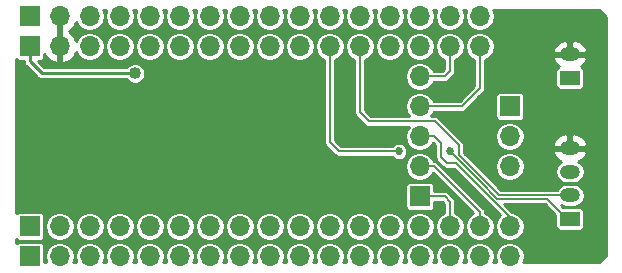
<source format=gtl>
G04 #@! TF.GenerationSoftware,KiCad,Pcbnew,(5.0.0-rc2-dev-444-g2974a2c10)*
G04 #@! TF.CreationDate,2019-04-27T15:19:08-07:00*
G04 #@! TF.ProjectId,ItsyBitsy breadboad,49747379426974737920627265616462,v01*
G04 #@! TF.SameCoordinates,Original*
G04 #@! TF.FileFunction,Copper,L1,Top,Signal*
G04 #@! TF.FilePolarity,Positive*
%FSLAX46Y46*%
G04 Gerber Fmt 4.6, Leading zero omitted, Abs format (unit mm)*
G04 Created by KiCad (PCBNEW (5.0.0-rc2-dev-444-g2974a2c10)) date 04/27/19 15:19:08*
%MOMM*%
%LPD*%
G01*
G04 APERTURE LIST*
%ADD10R,1.700000X1.700000*%
%ADD11O,1.700000X1.700000*%
%ADD12R,1.700000X1.200000*%
%ADD13O,1.700000X1.200000*%
%ADD14C,0.685800*%
%ADD15C,1.016000*%
%ADD16C,0.152400*%
%ADD17C,0.254000*%
G04 APERTURE END LIST*
D10*
X111760000Y-115570000D03*
D11*
X114300000Y-115570000D03*
X116840000Y-115570000D03*
X119380000Y-115570000D03*
X121920000Y-115570000D03*
X124460000Y-115570000D03*
X127000000Y-115570000D03*
X129540000Y-115570000D03*
X132080000Y-115570000D03*
X134620000Y-115570000D03*
X137160000Y-115570000D03*
X139700000Y-115570000D03*
X142240000Y-115570000D03*
X144780000Y-115570000D03*
X147320000Y-115570000D03*
X149860000Y-115570000D03*
X152400000Y-115570000D03*
D10*
X111760000Y-100330000D03*
D11*
X114300000Y-100330000D03*
X116840000Y-100330000D03*
X119380000Y-100330000D03*
X121920000Y-100330000D03*
X124460000Y-100330000D03*
X127000000Y-100330000D03*
X129540000Y-100330000D03*
X132080000Y-100330000D03*
X134620000Y-100330000D03*
X137160000Y-100330000D03*
X139700000Y-100330000D03*
X142240000Y-100330000D03*
X144780000Y-100330000D03*
X147320000Y-100330000D03*
X149860000Y-100330000D03*
D12*
X157480000Y-114935000D03*
D13*
X157480000Y-112935000D03*
X157480000Y-110935000D03*
X157480000Y-108935000D03*
D12*
X157480000Y-102997000D03*
D13*
X157480000Y-100997000D03*
D11*
X152400000Y-110490000D03*
X152400000Y-107950000D03*
D10*
X152400000Y-105410000D03*
D11*
X144780000Y-102870000D03*
X144780000Y-105410000D03*
X144780000Y-107950000D03*
X144780000Y-110490000D03*
D10*
X144780000Y-113030000D03*
D11*
X152400000Y-118110000D03*
X149860000Y-118110000D03*
X147320000Y-118110000D03*
X144780000Y-118110000D03*
X142240000Y-118110000D03*
X139700000Y-118110000D03*
X137160000Y-118110000D03*
X134620000Y-118110000D03*
X132080000Y-118110000D03*
X129540000Y-118110000D03*
X127000000Y-118110000D03*
X124460000Y-118110000D03*
X121920000Y-118110000D03*
X119380000Y-118110000D03*
X116840000Y-118110000D03*
X114300000Y-118110000D03*
D10*
X111760000Y-118110000D03*
D11*
X149860000Y-97790000D03*
X147320000Y-97790000D03*
X144780000Y-97790000D03*
X142240000Y-97790000D03*
X139700000Y-97790000D03*
X137160000Y-97790000D03*
X134620000Y-97790000D03*
X132080000Y-97790000D03*
X129540000Y-97790000D03*
X127000000Y-97790000D03*
X124460000Y-97790000D03*
X121920000Y-97790000D03*
X119380000Y-97790000D03*
X116840000Y-97790000D03*
X114300000Y-97790000D03*
D10*
X111760000Y-97790000D03*
D14*
X111760000Y-103505000D03*
X111760000Y-112395000D03*
X142240000Y-105410000D03*
X142240000Y-111760000D03*
X159385000Y-100330000D03*
X159385000Y-115570000D03*
X154305000Y-116205000D03*
X154305000Y-99695000D03*
X130810000Y-113284000D03*
X130810000Y-101854000D03*
X143002000Y-109220000D03*
X147320000Y-109220000D03*
D15*
X120650000Y-102616000D03*
D16*
X137160000Y-100330000D02*
X137160000Y-102362000D01*
X157230000Y-114935000D02*
X157480000Y-114935000D01*
X155534810Y-113239810D02*
X157230000Y-114935000D01*
X151339810Y-113239810D02*
X149860000Y-111760000D01*
X151511000Y-113239810D02*
X151339810Y-113239810D01*
X149860000Y-111760000D02*
X147320000Y-109220000D01*
X150113257Y-112013257D02*
X149860000Y-111760000D01*
X151511000Y-113239810D02*
X155534810Y-113239810D01*
X151416744Y-113239810D02*
X151511000Y-113239810D01*
X143002000Y-109220000D02*
X137922000Y-109220000D01*
X137922000Y-109220000D02*
X137160000Y-108458000D01*
X137160000Y-108458000D02*
X137160000Y-102362000D01*
X151466066Y-112935000D02*
X157480000Y-112935000D01*
X139700000Y-100330000D02*
X139700000Y-105918000D01*
X139700000Y-105918000D02*
X140462000Y-106680000D01*
X140462000Y-106680000D02*
X146050000Y-106680000D01*
X146050000Y-106680000D02*
X148082000Y-108712000D01*
X148082000Y-108712000D02*
X148082000Y-109550934D01*
X148082000Y-109550934D02*
X151466066Y-112935000D01*
X146888934Y-113030000D02*
X147320000Y-113461066D01*
X144780000Y-113030000D02*
X146888934Y-113030000D01*
X147320000Y-113461066D02*
X147320000Y-115570000D01*
X145982081Y-110490000D02*
X144780000Y-110490000D01*
X149860000Y-114367919D02*
X145982081Y-110490000D01*
X149860000Y-115570000D02*
X149860000Y-114367919D01*
X152400000Y-115570000D02*
X152400000Y-114808000D01*
X147828000Y-110236000D02*
X147066000Y-110236000D01*
X147066000Y-110236000D02*
X146558000Y-109728000D01*
X145982081Y-107950000D02*
X144780000Y-107950000D01*
X146558000Y-109728000D02*
X146558000Y-108525919D01*
X152400000Y-114808000D02*
X147828000Y-110236000D01*
X146558000Y-108525919D02*
X145982081Y-107950000D01*
X144780000Y-105410000D02*
X148336000Y-105410000D01*
X149860000Y-103886000D02*
X149860000Y-100330000D01*
X148336000Y-105410000D02*
X149860000Y-103886000D01*
X147320000Y-102438934D02*
X147320000Y-100330000D01*
X144780000Y-102870000D02*
X146888934Y-102870000D01*
X146888934Y-102870000D02*
X147320000Y-102438934D01*
D17*
X111760000Y-101600000D02*
X111760000Y-100330000D01*
X120650000Y-102616000D02*
X112776000Y-102616000D01*
X112776000Y-102616000D02*
X111760000Y-101600000D01*
G36*
X118220424Y-97309688D02*
X118124884Y-97790000D01*
X118220424Y-98270312D01*
X118492499Y-98677501D01*
X118899688Y-98949576D01*
X119258761Y-99021000D01*
X119501239Y-99021000D01*
X119860312Y-98949576D01*
X120267501Y-98677501D01*
X120539576Y-98270312D01*
X120635116Y-97790000D01*
X120539576Y-97309688D01*
X120521075Y-97282000D01*
X120778925Y-97282000D01*
X120760424Y-97309688D01*
X120664884Y-97790000D01*
X120760424Y-98270312D01*
X121032499Y-98677501D01*
X121439688Y-98949576D01*
X121798761Y-99021000D01*
X122041239Y-99021000D01*
X122400312Y-98949576D01*
X122807501Y-98677501D01*
X123079576Y-98270312D01*
X123175116Y-97790000D01*
X123079576Y-97309688D01*
X123061075Y-97282000D01*
X123318925Y-97282000D01*
X123300424Y-97309688D01*
X123204884Y-97790000D01*
X123300424Y-98270312D01*
X123572499Y-98677501D01*
X123979688Y-98949576D01*
X124338761Y-99021000D01*
X124581239Y-99021000D01*
X124940312Y-98949576D01*
X125347501Y-98677501D01*
X125619576Y-98270312D01*
X125715116Y-97790000D01*
X125619576Y-97309688D01*
X125601075Y-97282000D01*
X125858925Y-97282000D01*
X125840424Y-97309688D01*
X125744884Y-97790000D01*
X125840424Y-98270312D01*
X126112499Y-98677501D01*
X126519688Y-98949576D01*
X126878761Y-99021000D01*
X127121239Y-99021000D01*
X127480312Y-98949576D01*
X127887501Y-98677501D01*
X128159576Y-98270312D01*
X128255116Y-97790000D01*
X128159576Y-97309688D01*
X128141075Y-97282000D01*
X128398925Y-97282000D01*
X128380424Y-97309688D01*
X128284884Y-97790000D01*
X128380424Y-98270312D01*
X128652499Y-98677501D01*
X129059688Y-98949576D01*
X129418761Y-99021000D01*
X129661239Y-99021000D01*
X130020312Y-98949576D01*
X130427501Y-98677501D01*
X130699576Y-98270312D01*
X130795116Y-97790000D01*
X130699576Y-97309688D01*
X130681075Y-97282000D01*
X130938925Y-97282000D01*
X130920424Y-97309688D01*
X130824884Y-97790000D01*
X130920424Y-98270312D01*
X131192499Y-98677501D01*
X131599688Y-98949576D01*
X131958761Y-99021000D01*
X132201239Y-99021000D01*
X132560312Y-98949576D01*
X132967501Y-98677501D01*
X133239576Y-98270312D01*
X133335116Y-97790000D01*
X133239576Y-97309688D01*
X133221075Y-97282000D01*
X133478925Y-97282000D01*
X133460424Y-97309688D01*
X133364884Y-97790000D01*
X133460424Y-98270312D01*
X133732499Y-98677501D01*
X134139688Y-98949576D01*
X134498761Y-99021000D01*
X134741239Y-99021000D01*
X135100312Y-98949576D01*
X135507501Y-98677501D01*
X135779576Y-98270312D01*
X135875116Y-97790000D01*
X135779576Y-97309688D01*
X135761075Y-97282000D01*
X136018925Y-97282000D01*
X136000424Y-97309688D01*
X135904884Y-97790000D01*
X136000424Y-98270312D01*
X136272499Y-98677501D01*
X136679688Y-98949576D01*
X137038761Y-99021000D01*
X137281239Y-99021000D01*
X137640312Y-98949576D01*
X138047501Y-98677501D01*
X138319576Y-98270312D01*
X138415116Y-97790000D01*
X138319576Y-97309688D01*
X138301075Y-97282000D01*
X138558925Y-97282000D01*
X138540424Y-97309688D01*
X138444884Y-97790000D01*
X138540424Y-98270312D01*
X138812499Y-98677501D01*
X139219688Y-98949576D01*
X139578761Y-99021000D01*
X139821239Y-99021000D01*
X140180312Y-98949576D01*
X140587501Y-98677501D01*
X140859576Y-98270312D01*
X140955116Y-97790000D01*
X140859576Y-97309688D01*
X140841075Y-97282000D01*
X141098925Y-97282000D01*
X141080424Y-97309688D01*
X140984884Y-97790000D01*
X141080424Y-98270312D01*
X141352499Y-98677501D01*
X141759688Y-98949576D01*
X142118761Y-99021000D01*
X142361239Y-99021000D01*
X142720312Y-98949576D01*
X143127501Y-98677501D01*
X143399576Y-98270312D01*
X143495116Y-97790000D01*
X143399576Y-97309688D01*
X143381075Y-97282000D01*
X143638925Y-97282000D01*
X143620424Y-97309688D01*
X143524884Y-97790000D01*
X143620424Y-98270312D01*
X143892499Y-98677501D01*
X144299688Y-98949576D01*
X144658761Y-99021000D01*
X144901239Y-99021000D01*
X145260312Y-98949576D01*
X145667501Y-98677501D01*
X145939576Y-98270312D01*
X146035116Y-97790000D01*
X145939576Y-97309688D01*
X145921075Y-97282000D01*
X146178925Y-97282000D01*
X146160424Y-97309688D01*
X146064884Y-97790000D01*
X146160424Y-98270312D01*
X146432499Y-98677501D01*
X146839688Y-98949576D01*
X147198761Y-99021000D01*
X147441239Y-99021000D01*
X147800312Y-98949576D01*
X148207501Y-98677501D01*
X148479576Y-98270312D01*
X148575116Y-97790000D01*
X148479576Y-97309688D01*
X148461075Y-97282000D01*
X148718925Y-97282000D01*
X148700424Y-97309688D01*
X148604884Y-97790000D01*
X148700424Y-98270312D01*
X148972499Y-98677501D01*
X149379688Y-98949576D01*
X149738761Y-99021000D01*
X149981239Y-99021000D01*
X150340312Y-98949576D01*
X150747501Y-98677501D01*
X151019576Y-98270312D01*
X151115116Y-97790000D01*
X151019576Y-97309688D01*
X151001075Y-97282000D01*
X159967394Y-97282000D01*
X160528000Y-97842606D01*
X160528000Y-118057394D01*
X159967394Y-118618000D01*
X153541075Y-118618000D01*
X153559576Y-118590312D01*
X153655116Y-118110000D01*
X153559576Y-117629688D01*
X153287501Y-117222499D01*
X152880312Y-116950424D01*
X152521239Y-116879000D01*
X152278761Y-116879000D01*
X151919688Y-116950424D01*
X151512499Y-117222499D01*
X151240424Y-117629688D01*
X151144884Y-118110000D01*
X151240424Y-118590312D01*
X151258925Y-118618000D01*
X151001075Y-118618000D01*
X151019576Y-118590312D01*
X151115116Y-118110000D01*
X151019576Y-117629688D01*
X150747501Y-117222499D01*
X150340312Y-116950424D01*
X149981239Y-116879000D01*
X149738761Y-116879000D01*
X149379688Y-116950424D01*
X148972499Y-117222499D01*
X148700424Y-117629688D01*
X148604884Y-118110000D01*
X148700424Y-118590312D01*
X148718925Y-118618000D01*
X148461075Y-118618000D01*
X148479576Y-118590312D01*
X148575116Y-118110000D01*
X148479576Y-117629688D01*
X148207501Y-117222499D01*
X147800312Y-116950424D01*
X147441239Y-116879000D01*
X147198761Y-116879000D01*
X146839688Y-116950424D01*
X146432499Y-117222499D01*
X146160424Y-117629688D01*
X146064884Y-118110000D01*
X146160424Y-118590312D01*
X146178925Y-118618000D01*
X145921075Y-118618000D01*
X145939576Y-118590312D01*
X146035116Y-118110000D01*
X145939576Y-117629688D01*
X145667501Y-117222499D01*
X145260312Y-116950424D01*
X144901239Y-116879000D01*
X144658761Y-116879000D01*
X144299688Y-116950424D01*
X143892499Y-117222499D01*
X143620424Y-117629688D01*
X143524884Y-118110000D01*
X143620424Y-118590312D01*
X143638925Y-118618000D01*
X143381075Y-118618000D01*
X143399576Y-118590312D01*
X143495116Y-118110000D01*
X143399576Y-117629688D01*
X143127501Y-117222499D01*
X142720312Y-116950424D01*
X142361239Y-116879000D01*
X142118761Y-116879000D01*
X141759688Y-116950424D01*
X141352499Y-117222499D01*
X141080424Y-117629688D01*
X140984884Y-118110000D01*
X141080424Y-118590312D01*
X141098925Y-118618000D01*
X140841075Y-118618000D01*
X140859576Y-118590312D01*
X140955116Y-118110000D01*
X140859576Y-117629688D01*
X140587501Y-117222499D01*
X140180312Y-116950424D01*
X139821239Y-116879000D01*
X139578761Y-116879000D01*
X139219688Y-116950424D01*
X138812499Y-117222499D01*
X138540424Y-117629688D01*
X138444884Y-118110000D01*
X138540424Y-118590312D01*
X138558925Y-118618000D01*
X138301075Y-118618000D01*
X138319576Y-118590312D01*
X138415116Y-118110000D01*
X138319576Y-117629688D01*
X138047501Y-117222499D01*
X137640312Y-116950424D01*
X137281239Y-116879000D01*
X137038761Y-116879000D01*
X136679688Y-116950424D01*
X136272499Y-117222499D01*
X136000424Y-117629688D01*
X135904884Y-118110000D01*
X136000424Y-118590312D01*
X136018925Y-118618000D01*
X135761075Y-118618000D01*
X135779576Y-118590312D01*
X135875116Y-118110000D01*
X135779576Y-117629688D01*
X135507501Y-117222499D01*
X135100312Y-116950424D01*
X134741239Y-116879000D01*
X134498761Y-116879000D01*
X134139688Y-116950424D01*
X133732499Y-117222499D01*
X133460424Y-117629688D01*
X133364884Y-118110000D01*
X133460424Y-118590312D01*
X133478925Y-118618000D01*
X133221075Y-118618000D01*
X133239576Y-118590312D01*
X133335116Y-118110000D01*
X133239576Y-117629688D01*
X132967501Y-117222499D01*
X132560312Y-116950424D01*
X132201239Y-116879000D01*
X131958761Y-116879000D01*
X131599688Y-116950424D01*
X131192499Y-117222499D01*
X130920424Y-117629688D01*
X130824884Y-118110000D01*
X130920424Y-118590312D01*
X130938925Y-118618000D01*
X130681075Y-118618000D01*
X130699576Y-118590312D01*
X130795116Y-118110000D01*
X130699576Y-117629688D01*
X130427501Y-117222499D01*
X130020312Y-116950424D01*
X129661239Y-116879000D01*
X129418761Y-116879000D01*
X129059688Y-116950424D01*
X128652499Y-117222499D01*
X128380424Y-117629688D01*
X128284884Y-118110000D01*
X128380424Y-118590312D01*
X128398925Y-118618000D01*
X128141075Y-118618000D01*
X128159576Y-118590312D01*
X128255116Y-118110000D01*
X128159576Y-117629688D01*
X127887501Y-117222499D01*
X127480312Y-116950424D01*
X127121239Y-116879000D01*
X126878761Y-116879000D01*
X126519688Y-116950424D01*
X126112499Y-117222499D01*
X125840424Y-117629688D01*
X125744884Y-118110000D01*
X125840424Y-118590312D01*
X125858925Y-118618000D01*
X125601075Y-118618000D01*
X125619576Y-118590312D01*
X125715116Y-118110000D01*
X125619576Y-117629688D01*
X125347501Y-117222499D01*
X124940312Y-116950424D01*
X124581239Y-116879000D01*
X124338761Y-116879000D01*
X123979688Y-116950424D01*
X123572499Y-117222499D01*
X123300424Y-117629688D01*
X123204884Y-118110000D01*
X123300424Y-118590312D01*
X123318925Y-118618000D01*
X123061075Y-118618000D01*
X123079576Y-118590312D01*
X123175116Y-118110000D01*
X123079576Y-117629688D01*
X122807501Y-117222499D01*
X122400312Y-116950424D01*
X122041239Y-116879000D01*
X121798761Y-116879000D01*
X121439688Y-116950424D01*
X121032499Y-117222499D01*
X120760424Y-117629688D01*
X120664884Y-118110000D01*
X120760424Y-118590312D01*
X120778925Y-118618000D01*
X120521075Y-118618000D01*
X120539576Y-118590312D01*
X120635116Y-118110000D01*
X120539576Y-117629688D01*
X120267501Y-117222499D01*
X119860312Y-116950424D01*
X119501239Y-116879000D01*
X119258761Y-116879000D01*
X118899688Y-116950424D01*
X118492499Y-117222499D01*
X118220424Y-117629688D01*
X118124884Y-118110000D01*
X118220424Y-118590312D01*
X118238925Y-118618000D01*
X117981075Y-118618000D01*
X117999576Y-118590312D01*
X118095116Y-118110000D01*
X117999576Y-117629688D01*
X117727501Y-117222499D01*
X117320312Y-116950424D01*
X116961239Y-116879000D01*
X116718761Y-116879000D01*
X116359688Y-116950424D01*
X115952499Y-117222499D01*
X115680424Y-117629688D01*
X115584884Y-118110000D01*
X115680424Y-118590312D01*
X115698925Y-118618000D01*
X115441075Y-118618000D01*
X115459576Y-118590312D01*
X115555116Y-118110000D01*
X115459576Y-117629688D01*
X115187501Y-117222499D01*
X114780312Y-116950424D01*
X114421239Y-116879000D01*
X114178761Y-116879000D01*
X113819688Y-116950424D01*
X113412499Y-117222499D01*
X113140424Y-117629688D01*
X113044884Y-118110000D01*
X113140424Y-118590312D01*
X113158925Y-118618000D01*
X112998464Y-118618000D01*
X112998464Y-117260000D01*
X112968894Y-117111341D01*
X112884686Y-116985314D01*
X112758659Y-116901106D01*
X112610000Y-116871536D01*
X110910000Y-116871536D01*
X110761341Y-116901106D01*
X110635314Y-116985314D01*
X110617000Y-117012723D01*
X110617000Y-116667277D01*
X110635314Y-116694686D01*
X110761341Y-116778894D01*
X110910000Y-116808464D01*
X112610000Y-116808464D01*
X112758659Y-116778894D01*
X112884686Y-116694686D01*
X112968894Y-116568659D01*
X112998464Y-116420000D01*
X112998464Y-115570000D01*
X113044884Y-115570000D01*
X113140424Y-116050312D01*
X113412499Y-116457501D01*
X113819688Y-116729576D01*
X114178761Y-116801000D01*
X114421239Y-116801000D01*
X114780312Y-116729576D01*
X115187501Y-116457501D01*
X115459576Y-116050312D01*
X115555116Y-115570000D01*
X115584884Y-115570000D01*
X115680424Y-116050312D01*
X115952499Y-116457501D01*
X116359688Y-116729576D01*
X116718761Y-116801000D01*
X116961239Y-116801000D01*
X117320312Y-116729576D01*
X117727501Y-116457501D01*
X117999576Y-116050312D01*
X118095116Y-115570000D01*
X118124884Y-115570000D01*
X118220424Y-116050312D01*
X118492499Y-116457501D01*
X118899688Y-116729576D01*
X119258761Y-116801000D01*
X119501239Y-116801000D01*
X119860312Y-116729576D01*
X120267501Y-116457501D01*
X120539576Y-116050312D01*
X120635116Y-115570000D01*
X120664884Y-115570000D01*
X120760424Y-116050312D01*
X121032499Y-116457501D01*
X121439688Y-116729576D01*
X121798761Y-116801000D01*
X122041239Y-116801000D01*
X122400312Y-116729576D01*
X122807501Y-116457501D01*
X123079576Y-116050312D01*
X123175116Y-115570000D01*
X123204884Y-115570000D01*
X123300424Y-116050312D01*
X123572499Y-116457501D01*
X123979688Y-116729576D01*
X124338761Y-116801000D01*
X124581239Y-116801000D01*
X124940312Y-116729576D01*
X125347501Y-116457501D01*
X125619576Y-116050312D01*
X125715116Y-115570000D01*
X125744884Y-115570000D01*
X125840424Y-116050312D01*
X126112499Y-116457501D01*
X126519688Y-116729576D01*
X126878761Y-116801000D01*
X127121239Y-116801000D01*
X127480312Y-116729576D01*
X127887501Y-116457501D01*
X128159576Y-116050312D01*
X128255116Y-115570000D01*
X128284884Y-115570000D01*
X128380424Y-116050312D01*
X128652499Y-116457501D01*
X129059688Y-116729576D01*
X129418761Y-116801000D01*
X129661239Y-116801000D01*
X130020312Y-116729576D01*
X130427501Y-116457501D01*
X130699576Y-116050312D01*
X130795116Y-115570000D01*
X130824884Y-115570000D01*
X130920424Y-116050312D01*
X131192499Y-116457501D01*
X131599688Y-116729576D01*
X131958761Y-116801000D01*
X132201239Y-116801000D01*
X132560312Y-116729576D01*
X132967501Y-116457501D01*
X133239576Y-116050312D01*
X133335116Y-115570000D01*
X133364884Y-115570000D01*
X133460424Y-116050312D01*
X133732499Y-116457501D01*
X134139688Y-116729576D01*
X134498761Y-116801000D01*
X134741239Y-116801000D01*
X135100312Y-116729576D01*
X135507501Y-116457501D01*
X135779576Y-116050312D01*
X135875116Y-115570000D01*
X135904884Y-115570000D01*
X136000424Y-116050312D01*
X136272499Y-116457501D01*
X136679688Y-116729576D01*
X137038761Y-116801000D01*
X137281239Y-116801000D01*
X137640312Y-116729576D01*
X138047501Y-116457501D01*
X138319576Y-116050312D01*
X138415116Y-115570000D01*
X138444884Y-115570000D01*
X138540424Y-116050312D01*
X138812499Y-116457501D01*
X139219688Y-116729576D01*
X139578761Y-116801000D01*
X139821239Y-116801000D01*
X140180312Y-116729576D01*
X140587501Y-116457501D01*
X140859576Y-116050312D01*
X140955116Y-115570000D01*
X140984884Y-115570000D01*
X141080424Y-116050312D01*
X141352499Y-116457501D01*
X141759688Y-116729576D01*
X142118761Y-116801000D01*
X142361239Y-116801000D01*
X142720312Y-116729576D01*
X143127501Y-116457501D01*
X143399576Y-116050312D01*
X143495116Y-115570000D01*
X143524884Y-115570000D01*
X143620424Y-116050312D01*
X143892499Y-116457501D01*
X144299688Y-116729576D01*
X144658761Y-116801000D01*
X144901239Y-116801000D01*
X145260312Y-116729576D01*
X145667501Y-116457501D01*
X145939576Y-116050312D01*
X146035116Y-115570000D01*
X145939576Y-115089688D01*
X145667501Y-114682499D01*
X145260312Y-114410424D01*
X144901239Y-114339000D01*
X144658761Y-114339000D01*
X144299688Y-114410424D01*
X143892499Y-114682499D01*
X143620424Y-115089688D01*
X143524884Y-115570000D01*
X143495116Y-115570000D01*
X143399576Y-115089688D01*
X143127501Y-114682499D01*
X142720312Y-114410424D01*
X142361239Y-114339000D01*
X142118761Y-114339000D01*
X141759688Y-114410424D01*
X141352499Y-114682499D01*
X141080424Y-115089688D01*
X140984884Y-115570000D01*
X140955116Y-115570000D01*
X140859576Y-115089688D01*
X140587501Y-114682499D01*
X140180312Y-114410424D01*
X139821239Y-114339000D01*
X139578761Y-114339000D01*
X139219688Y-114410424D01*
X138812499Y-114682499D01*
X138540424Y-115089688D01*
X138444884Y-115570000D01*
X138415116Y-115570000D01*
X138319576Y-115089688D01*
X138047501Y-114682499D01*
X137640312Y-114410424D01*
X137281239Y-114339000D01*
X137038761Y-114339000D01*
X136679688Y-114410424D01*
X136272499Y-114682499D01*
X136000424Y-115089688D01*
X135904884Y-115570000D01*
X135875116Y-115570000D01*
X135779576Y-115089688D01*
X135507501Y-114682499D01*
X135100312Y-114410424D01*
X134741239Y-114339000D01*
X134498761Y-114339000D01*
X134139688Y-114410424D01*
X133732499Y-114682499D01*
X133460424Y-115089688D01*
X133364884Y-115570000D01*
X133335116Y-115570000D01*
X133239576Y-115089688D01*
X132967501Y-114682499D01*
X132560312Y-114410424D01*
X132201239Y-114339000D01*
X131958761Y-114339000D01*
X131599688Y-114410424D01*
X131192499Y-114682499D01*
X130920424Y-115089688D01*
X130824884Y-115570000D01*
X130795116Y-115570000D01*
X130699576Y-115089688D01*
X130427501Y-114682499D01*
X130020312Y-114410424D01*
X129661239Y-114339000D01*
X129418761Y-114339000D01*
X129059688Y-114410424D01*
X128652499Y-114682499D01*
X128380424Y-115089688D01*
X128284884Y-115570000D01*
X128255116Y-115570000D01*
X128159576Y-115089688D01*
X127887501Y-114682499D01*
X127480312Y-114410424D01*
X127121239Y-114339000D01*
X126878761Y-114339000D01*
X126519688Y-114410424D01*
X126112499Y-114682499D01*
X125840424Y-115089688D01*
X125744884Y-115570000D01*
X125715116Y-115570000D01*
X125619576Y-115089688D01*
X125347501Y-114682499D01*
X124940312Y-114410424D01*
X124581239Y-114339000D01*
X124338761Y-114339000D01*
X123979688Y-114410424D01*
X123572499Y-114682499D01*
X123300424Y-115089688D01*
X123204884Y-115570000D01*
X123175116Y-115570000D01*
X123079576Y-115089688D01*
X122807501Y-114682499D01*
X122400312Y-114410424D01*
X122041239Y-114339000D01*
X121798761Y-114339000D01*
X121439688Y-114410424D01*
X121032499Y-114682499D01*
X120760424Y-115089688D01*
X120664884Y-115570000D01*
X120635116Y-115570000D01*
X120539576Y-115089688D01*
X120267501Y-114682499D01*
X119860312Y-114410424D01*
X119501239Y-114339000D01*
X119258761Y-114339000D01*
X118899688Y-114410424D01*
X118492499Y-114682499D01*
X118220424Y-115089688D01*
X118124884Y-115570000D01*
X118095116Y-115570000D01*
X117999576Y-115089688D01*
X117727501Y-114682499D01*
X117320312Y-114410424D01*
X116961239Y-114339000D01*
X116718761Y-114339000D01*
X116359688Y-114410424D01*
X115952499Y-114682499D01*
X115680424Y-115089688D01*
X115584884Y-115570000D01*
X115555116Y-115570000D01*
X115459576Y-115089688D01*
X115187501Y-114682499D01*
X114780312Y-114410424D01*
X114421239Y-114339000D01*
X114178761Y-114339000D01*
X113819688Y-114410424D01*
X113412499Y-114682499D01*
X113140424Y-115089688D01*
X113044884Y-115570000D01*
X112998464Y-115570000D01*
X112998464Y-114720000D01*
X112968894Y-114571341D01*
X112884686Y-114445314D01*
X112758659Y-114361106D01*
X112610000Y-114331536D01*
X110910000Y-114331536D01*
X110761341Y-114361106D01*
X110635314Y-114445314D01*
X110617000Y-114472723D01*
X110617000Y-112180000D01*
X143541536Y-112180000D01*
X143541536Y-113880000D01*
X143571106Y-114028659D01*
X143655314Y-114154686D01*
X143781341Y-114238894D01*
X143930000Y-114268464D01*
X145630000Y-114268464D01*
X145778659Y-114238894D01*
X145904686Y-114154686D01*
X145988894Y-114028659D01*
X146018464Y-113880000D01*
X146018464Y-113487200D01*
X146699556Y-113487200D01*
X146862800Y-113650444D01*
X146862800Y-114405827D01*
X146839688Y-114410424D01*
X146432499Y-114682499D01*
X146160424Y-115089688D01*
X146064884Y-115570000D01*
X146160424Y-116050312D01*
X146432499Y-116457501D01*
X146839688Y-116729576D01*
X147198761Y-116801000D01*
X147441239Y-116801000D01*
X147800312Y-116729576D01*
X148207501Y-116457501D01*
X148479576Y-116050312D01*
X148575116Y-115570000D01*
X148479576Y-115089688D01*
X148207501Y-114682499D01*
X147800312Y-114410424D01*
X147777200Y-114405827D01*
X147777200Y-113506095D01*
X147786157Y-113461065D01*
X147750673Y-113282675D01*
X147723683Y-113242282D01*
X147649623Y-113131443D01*
X147611446Y-113105934D01*
X147244066Y-112738554D01*
X147218557Y-112700377D01*
X147067325Y-112599327D01*
X146933964Y-112572800D01*
X146888934Y-112563843D01*
X146843904Y-112572800D01*
X146018464Y-112572800D01*
X146018464Y-112180000D01*
X145988894Y-112031341D01*
X145904686Y-111905314D01*
X145778659Y-111821106D01*
X145630000Y-111791536D01*
X143930000Y-111791536D01*
X143781341Y-111821106D01*
X143655314Y-111905314D01*
X143571106Y-112031341D01*
X143541536Y-112180000D01*
X110617000Y-112180000D01*
X110617000Y-110490000D01*
X143524884Y-110490000D01*
X143620424Y-110970312D01*
X143892499Y-111377501D01*
X144299688Y-111649576D01*
X144658761Y-111721000D01*
X144901239Y-111721000D01*
X145260312Y-111649576D01*
X145667501Y-111377501D01*
X145890004Y-111044501D01*
X149305499Y-114459996D01*
X148972499Y-114682499D01*
X148700424Y-115089688D01*
X148604884Y-115570000D01*
X148700424Y-116050312D01*
X148972499Y-116457501D01*
X149379688Y-116729576D01*
X149738761Y-116801000D01*
X149981239Y-116801000D01*
X150340312Y-116729576D01*
X150747501Y-116457501D01*
X151019576Y-116050312D01*
X151115116Y-115570000D01*
X151019576Y-115089688D01*
X150747501Y-114682499D01*
X150340312Y-114410424D01*
X150318563Y-114406098D01*
X150326157Y-114367919D01*
X150290673Y-114189528D01*
X150189623Y-114038296D01*
X150151446Y-114012787D01*
X146337213Y-110198554D01*
X146311704Y-110160377D01*
X146160472Y-110059327D01*
X146027111Y-110032800D01*
X145982081Y-110023843D01*
X145943902Y-110031437D01*
X145939576Y-110009688D01*
X145667501Y-109602499D01*
X145260312Y-109330424D01*
X144901239Y-109259000D01*
X144658761Y-109259000D01*
X144299688Y-109330424D01*
X143892499Y-109602499D01*
X143620424Y-110009688D01*
X143524884Y-110490000D01*
X110617000Y-110490000D01*
X110617000Y-101427277D01*
X110635314Y-101454686D01*
X110761341Y-101538894D01*
X110910000Y-101568464D01*
X111248322Y-101568464D01*
X111242049Y-101600000D01*
X111252000Y-101650028D01*
X111252000Y-101650031D01*
X111273660Y-101758921D01*
X111281475Y-101798211D01*
X111346711Y-101895843D01*
X111393753Y-101966247D01*
X111436168Y-101994588D01*
X112381414Y-102939835D01*
X112409753Y-102982247D01*
X112452165Y-103010586D01*
X112452167Y-103010588D01*
X112510725Y-103049715D01*
X112577788Y-103094525D01*
X112725968Y-103124000D01*
X112725972Y-103124000D01*
X112776000Y-103133951D01*
X112826028Y-103124000D01*
X119900764Y-103124000D01*
X120146422Y-103369658D01*
X120473167Y-103505000D01*
X120826833Y-103505000D01*
X121153578Y-103369658D01*
X121403658Y-103119578D01*
X121539000Y-102792833D01*
X121539000Y-102439167D01*
X121403658Y-102112422D01*
X121153578Y-101862342D01*
X120826833Y-101727000D01*
X120473167Y-101727000D01*
X120146422Y-101862342D01*
X119900764Y-102108000D01*
X112986421Y-102108000D01*
X112446884Y-101568464D01*
X112610000Y-101568464D01*
X112758659Y-101538894D01*
X112884686Y-101454686D01*
X112968894Y-101328659D01*
X112998464Y-101180000D01*
X112998464Y-100984895D01*
X113104817Y-101211358D01*
X113533076Y-101601645D01*
X113943110Y-101771476D01*
X114173000Y-101650155D01*
X114173000Y-100457000D01*
X114153000Y-100457000D01*
X114153000Y-100203000D01*
X114173000Y-100203000D01*
X114173000Y-97917000D01*
X114153000Y-97917000D01*
X114153000Y-97663000D01*
X114173000Y-97663000D01*
X114173000Y-97643000D01*
X114427000Y-97643000D01*
X114427000Y-97663000D01*
X114447000Y-97663000D01*
X114447000Y-97917000D01*
X114427000Y-97917000D01*
X114427000Y-100203000D01*
X114447000Y-100203000D01*
X114447000Y-100457000D01*
X114427000Y-100457000D01*
X114427000Y-101650155D01*
X114656890Y-101771476D01*
X115066924Y-101601645D01*
X115495183Y-101211358D01*
X115682245Y-100813037D01*
X115952499Y-101217501D01*
X116359688Y-101489576D01*
X116718761Y-101561000D01*
X116961239Y-101561000D01*
X117320312Y-101489576D01*
X117727501Y-101217501D01*
X117999576Y-100810312D01*
X118095116Y-100330000D01*
X118124884Y-100330000D01*
X118220424Y-100810312D01*
X118492499Y-101217501D01*
X118899688Y-101489576D01*
X119258761Y-101561000D01*
X119501239Y-101561000D01*
X119860312Y-101489576D01*
X120267501Y-101217501D01*
X120539576Y-100810312D01*
X120635116Y-100330000D01*
X120664884Y-100330000D01*
X120760424Y-100810312D01*
X121032499Y-101217501D01*
X121439688Y-101489576D01*
X121798761Y-101561000D01*
X122041239Y-101561000D01*
X122400312Y-101489576D01*
X122807501Y-101217501D01*
X123079576Y-100810312D01*
X123175116Y-100330000D01*
X123204884Y-100330000D01*
X123300424Y-100810312D01*
X123572499Y-101217501D01*
X123979688Y-101489576D01*
X124338761Y-101561000D01*
X124581239Y-101561000D01*
X124940312Y-101489576D01*
X125347501Y-101217501D01*
X125619576Y-100810312D01*
X125715116Y-100330000D01*
X125744884Y-100330000D01*
X125840424Y-100810312D01*
X126112499Y-101217501D01*
X126519688Y-101489576D01*
X126878761Y-101561000D01*
X127121239Y-101561000D01*
X127480312Y-101489576D01*
X127887501Y-101217501D01*
X128159576Y-100810312D01*
X128255116Y-100330000D01*
X128284884Y-100330000D01*
X128380424Y-100810312D01*
X128652499Y-101217501D01*
X129059688Y-101489576D01*
X129418761Y-101561000D01*
X129661239Y-101561000D01*
X130020312Y-101489576D01*
X130427501Y-101217501D01*
X130699576Y-100810312D01*
X130795116Y-100330000D01*
X130824884Y-100330000D01*
X130920424Y-100810312D01*
X131192499Y-101217501D01*
X131599688Y-101489576D01*
X131958761Y-101561000D01*
X132201239Y-101561000D01*
X132560312Y-101489576D01*
X132967501Y-101217501D01*
X133239576Y-100810312D01*
X133335116Y-100330000D01*
X133364884Y-100330000D01*
X133460424Y-100810312D01*
X133732499Y-101217501D01*
X134139688Y-101489576D01*
X134498761Y-101561000D01*
X134741239Y-101561000D01*
X135100312Y-101489576D01*
X135507501Y-101217501D01*
X135779576Y-100810312D01*
X135875116Y-100330000D01*
X135904884Y-100330000D01*
X136000424Y-100810312D01*
X136272499Y-101217501D01*
X136679688Y-101489576D01*
X136702801Y-101494173D01*
X136702801Y-102316970D01*
X136702800Y-108412970D01*
X136693843Y-108458000D01*
X136702800Y-108503029D01*
X136729327Y-108636390D01*
X136830377Y-108787623D01*
X136868554Y-108813132D01*
X137566869Y-109511448D01*
X137592377Y-109549623D01*
X137743609Y-109650673D01*
X137922000Y-109686157D01*
X137967030Y-109677200D01*
X142435451Y-109677200D01*
X142591944Y-109833693D01*
X142858007Y-109943900D01*
X143145993Y-109943900D01*
X143412056Y-109833693D01*
X143615693Y-109630056D01*
X143725900Y-109363993D01*
X143725900Y-109076007D01*
X143615693Y-108809944D01*
X143412056Y-108606307D01*
X143145993Y-108496100D01*
X142858007Y-108496100D01*
X142591944Y-108606307D01*
X142435451Y-108762800D01*
X138111379Y-108762800D01*
X137617200Y-108268622D01*
X137617200Y-101494173D01*
X137640312Y-101489576D01*
X138047501Y-101217501D01*
X138319576Y-100810312D01*
X138415116Y-100330000D01*
X138444884Y-100330000D01*
X138540424Y-100810312D01*
X138812499Y-101217501D01*
X139219688Y-101489576D01*
X139242800Y-101494173D01*
X139242801Y-105872965D01*
X139233843Y-105918000D01*
X139269327Y-106096390D01*
X139269328Y-106096391D01*
X139370378Y-106247623D01*
X139408552Y-106273130D01*
X140106869Y-106971448D01*
X140132377Y-107009623D01*
X140170551Y-107035130D01*
X140283609Y-107110673D01*
X140462000Y-107146157D01*
X140507030Y-107137200D01*
X143842585Y-107137200D01*
X143620424Y-107469688D01*
X143524884Y-107950000D01*
X143620424Y-108430312D01*
X143892499Y-108837501D01*
X144299688Y-109109576D01*
X144658761Y-109181000D01*
X144901239Y-109181000D01*
X145260312Y-109109576D01*
X145667501Y-108837501D01*
X145890004Y-108504501D01*
X146100801Y-108715298D01*
X146100800Y-109682970D01*
X146091843Y-109728000D01*
X146122251Y-109880870D01*
X146127327Y-109906390D01*
X146228377Y-110057623D01*
X146266554Y-110083132D01*
X146710868Y-110527446D01*
X146736377Y-110565623D01*
X146887609Y-110666673D01*
X147020970Y-110693200D01*
X147020974Y-110693200D01*
X147065999Y-110702156D01*
X147111024Y-110693200D01*
X147638622Y-110693200D01*
X151581689Y-114636267D01*
X151512499Y-114682499D01*
X151240424Y-115089688D01*
X151144884Y-115570000D01*
X151240424Y-116050312D01*
X151512499Y-116457501D01*
X151919688Y-116729576D01*
X152278761Y-116801000D01*
X152521239Y-116801000D01*
X152880312Y-116729576D01*
X153287501Y-116457501D01*
X153559576Y-116050312D01*
X153655116Y-115570000D01*
X153559576Y-115089688D01*
X153287501Y-114682499D01*
X152880312Y-114410424D01*
X152591567Y-114352989D01*
X151935588Y-113697010D01*
X155345432Y-113697010D01*
X156241536Y-114593114D01*
X156241536Y-115535000D01*
X156271106Y-115683659D01*
X156355314Y-115809686D01*
X156481341Y-115893894D01*
X156630000Y-115923464D01*
X158330000Y-115923464D01*
X158478659Y-115893894D01*
X158604686Y-115809686D01*
X158688894Y-115683659D01*
X158718464Y-115535000D01*
X158718464Y-114335000D01*
X158688894Y-114186341D01*
X158604686Y-114060314D01*
X158478659Y-113976106D01*
X158330000Y-113946536D01*
X156888114Y-113946536D01*
X156706874Y-113765296D01*
X156847233Y-113859081D01*
X157133384Y-113916000D01*
X157826616Y-113916000D01*
X158112767Y-113859081D01*
X158437261Y-113642261D01*
X158654081Y-113317767D01*
X158730218Y-112935000D01*
X158654081Y-112552233D01*
X158437261Y-112227739D01*
X158112767Y-112010919D01*
X157826616Y-111954000D01*
X157133384Y-111954000D01*
X156847233Y-112010919D01*
X156522739Y-112227739D01*
X156355654Y-112477800D01*
X151655445Y-112477800D01*
X149667645Y-110490000D01*
X151144884Y-110490000D01*
X151240424Y-110970312D01*
X151512499Y-111377501D01*
X151919688Y-111649576D01*
X152278761Y-111721000D01*
X152521239Y-111721000D01*
X152880312Y-111649576D01*
X153287501Y-111377501D01*
X153559576Y-110970312D01*
X153655116Y-110490000D01*
X153559576Y-110009688D01*
X153287501Y-109602499D01*
X152880312Y-109330424D01*
X152521239Y-109259000D01*
X152278761Y-109259000D01*
X151919688Y-109330424D01*
X151512499Y-109602499D01*
X151240424Y-110009688D01*
X151144884Y-110490000D01*
X149667645Y-110490000D01*
X148539200Y-109361556D01*
X148539200Y-109252609D01*
X156036538Y-109252609D01*
X156051714Y-109344376D01*
X156298067Y-109764125D01*
X156686299Y-110057647D01*
X156751787Y-110074694D01*
X156522739Y-110227739D01*
X156305919Y-110552233D01*
X156229782Y-110935000D01*
X156305919Y-111317767D01*
X156522739Y-111642261D01*
X156847233Y-111859081D01*
X157133384Y-111916000D01*
X157826616Y-111916000D01*
X158112767Y-111859081D01*
X158437261Y-111642261D01*
X158654081Y-111317767D01*
X158730218Y-110935000D01*
X158654081Y-110552233D01*
X158437261Y-110227739D01*
X158208213Y-110074694D01*
X158273701Y-110057647D01*
X158661933Y-109764125D01*
X158908286Y-109344376D01*
X158923462Y-109252609D01*
X158798731Y-109062000D01*
X157607000Y-109062000D01*
X157607000Y-109082000D01*
X157353000Y-109082000D01*
X157353000Y-109062000D01*
X156161269Y-109062000D01*
X156036538Y-109252609D01*
X148539200Y-109252609D01*
X148539200Y-108757030D01*
X148548157Y-108712000D01*
X148512673Y-108533609D01*
X148437130Y-108420551D01*
X148411623Y-108382377D01*
X148373449Y-108356870D01*
X147966579Y-107950000D01*
X151144884Y-107950000D01*
X151240424Y-108430312D01*
X151512499Y-108837501D01*
X151919688Y-109109576D01*
X152278761Y-109181000D01*
X152521239Y-109181000D01*
X152880312Y-109109576D01*
X153287501Y-108837501D01*
X153434573Y-108617391D01*
X156036538Y-108617391D01*
X156161269Y-108808000D01*
X157353000Y-108808000D01*
X157353000Y-107852453D01*
X157607000Y-107852453D01*
X157607000Y-108808000D01*
X158798731Y-108808000D01*
X158923462Y-108617391D01*
X158908286Y-108525624D01*
X158661933Y-108105875D01*
X158273701Y-107812353D01*
X157802696Y-107689744D01*
X157607000Y-107852453D01*
X157353000Y-107852453D01*
X157157304Y-107689744D01*
X156686299Y-107812353D01*
X156298067Y-108105875D01*
X156051714Y-108525624D01*
X156036538Y-108617391D01*
X153434573Y-108617391D01*
X153559576Y-108430312D01*
X153655116Y-107950000D01*
X153559576Y-107469688D01*
X153287501Y-107062499D01*
X152880312Y-106790424D01*
X152521239Y-106719000D01*
X152278761Y-106719000D01*
X151919688Y-106790424D01*
X151512499Y-107062499D01*
X151240424Y-107469688D01*
X151144884Y-107950000D01*
X147966579Y-107950000D01*
X146405132Y-106388554D01*
X146379623Y-106350377D01*
X146228391Y-106249327D01*
X146095030Y-106222800D01*
X146050000Y-106213843D01*
X146004970Y-106222800D01*
X145717415Y-106222800D01*
X145939576Y-105890312D01*
X145944173Y-105867200D01*
X148290970Y-105867200D01*
X148336000Y-105876157D01*
X148381030Y-105867200D01*
X148514391Y-105840673D01*
X148665623Y-105739623D01*
X148691132Y-105701446D01*
X149832578Y-104560000D01*
X151161536Y-104560000D01*
X151161536Y-106260000D01*
X151191106Y-106408659D01*
X151275314Y-106534686D01*
X151401341Y-106618894D01*
X151550000Y-106648464D01*
X153250000Y-106648464D01*
X153398659Y-106618894D01*
X153524686Y-106534686D01*
X153608894Y-106408659D01*
X153638464Y-106260000D01*
X153638464Y-104560000D01*
X153608894Y-104411341D01*
X153524686Y-104285314D01*
X153398659Y-104201106D01*
X153250000Y-104171536D01*
X151550000Y-104171536D01*
X151401341Y-104201106D01*
X151275314Y-104285314D01*
X151191106Y-104411341D01*
X151161536Y-104560000D01*
X149832578Y-104560000D01*
X150151446Y-104241132D01*
X150189623Y-104215623D01*
X150290673Y-104064391D01*
X150317200Y-103931030D01*
X150317200Y-103931026D01*
X150326156Y-103886001D01*
X150317200Y-103840976D01*
X150317200Y-101494173D01*
X150340312Y-101489576D01*
X150602168Y-101314609D01*
X156036538Y-101314609D01*
X156051714Y-101406376D01*
X156298067Y-101826125D01*
X156558221Y-102022814D01*
X156481341Y-102038106D01*
X156355314Y-102122314D01*
X156271106Y-102248341D01*
X156241536Y-102397000D01*
X156241536Y-103597000D01*
X156271106Y-103745659D01*
X156355314Y-103871686D01*
X156481341Y-103955894D01*
X156630000Y-103985464D01*
X158330000Y-103985464D01*
X158478659Y-103955894D01*
X158604686Y-103871686D01*
X158688894Y-103745659D01*
X158718464Y-103597000D01*
X158718464Y-102397000D01*
X158688894Y-102248341D01*
X158604686Y-102122314D01*
X158478659Y-102038106D01*
X158401779Y-102022814D01*
X158661933Y-101826125D01*
X158908286Y-101406376D01*
X158923462Y-101314609D01*
X158798731Y-101124000D01*
X157607000Y-101124000D01*
X157607000Y-101144000D01*
X157353000Y-101144000D01*
X157353000Y-101124000D01*
X156161269Y-101124000D01*
X156036538Y-101314609D01*
X150602168Y-101314609D01*
X150747501Y-101217501D01*
X151019576Y-100810312D01*
X151045617Y-100679391D01*
X156036538Y-100679391D01*
X156161269Y-100870000D01*
X157353000Y-100870000D01*
X157353000Y-99914453D01*
X157607000Y-99914453D01*
X157607000Y-100870000D01*
X158798731Y-100870000D01*
X158923462Y-100679391D01*
X158908286Y-100587624D01*
X158661933Y-100167875D01*
X158273701Y-99874353D01*
X157802696Y-99751744D01*
X157607000Y-99914453D01*
X157353000Y-99914453D01*
X157157304Y-99751744D01*
X156686299Y-99874353D01*
X156298067Y-100167875D01*
X156051714Y-100587624D01*
X156036538Y-100679391D01*
X151045617Y-100679391D01*
X151115116Y-100330000D01*
X151019576Y-99849688D01*
X150747501Y-99442499D01*
X150340312Y-99170424D01*
X149981239Y-99099000D01*
X149738761Y-99099000D01*
X149379688Y-99170424D01*
X148972499Y-99442499D01*
X148700424Y-99849688D01*
X148604884Y-100330000D01*
X148700424Y-100810312D01*
X148972499Y-101217501D01*
X149379688Y-101489576D01*
X149402801Y-101494173D01*
X149402800Y-103696622D01*
X148146622Y-104952800D01*
X145944173Y-104952800D01*
X145939576Y-104929688D01*
X145667501Y-104522499D01*
X145260312Y-104250424D01*
X144901239Y-104179000D01*
X144658761Y-104179000D01*
X144299688Y-104250424D01*
X143892499Y-104522499D01*
X143620424Y-104929688D01*
X143524884Y-105410000D01*
X143620424Y-105890312D01*
X143842585Y-106222800D01*
X140651379Y-106222800D01*
X140157200Y-105728622D01*
X140157200Y-102870000D01*
X143524884Y-102870000D01*
X143620424Y-103350312D01*
X143892499Y-103757501D01*
X144299688Y-104029576D01*
X144658761Y-104101000D01*
X144901239Y-104101000D01*
X145260312Y-104029576D01*
X145667501Y-103757501D01*
X145939576Y-103350312D01*
X145944173Y-103327200D01*
X146843904Y-103327200D01*
X146888934Y-103336157D01*
X146933964Y-103327200D01*
X147067325Y-103300673D01*
X147218557Y-103199623D01*
X147244066Y-103161446D01*
X147611446Y-102794066D01*
X147649623Y-102768557D01*
X147750673Y-102617325D01*
X147762221Y-102559267D01*
X147786157Y-102438935D01*
X147777200Y-102393905D01*
X147777200Y-101494173D01*
X147800312Y-101489576D01*
X148207501Y-101217501D01*
X148479576Y-100810312D01*
X148575116Y-100330000D01*
X148479576Y-99849688D01*
X148207501Y-99442499D01*
X147800312Y-99170424D01*
X147441239Y-99099000D01*
X147198761Y-99099000D01*
X146839688Y-99170424D01*
X146432499Y-99442499D01*
X146160424Y-99849688D01*
X146064884Y-100330000D01*
X146160424Y-100810312D01*
X146432499Y-101217501D01*
X146839688Y-101489576D01*
X146862800Y-101494173D01*
X146862800Y-102249556D01*
X146699556Y-102412800D01*
X145944173Y-102412800D01*
X145939576Y-102389688D01*
X145667501Y-101982499D01*
X145260312Y-101710424D01*
X144901239Y-101639000D01*
X144658761Y-101639000D01*
X144299688Y-101710424D01*
X143892499Y-101982499D01*
X143620424Y-102389688D01*
X143524884Y-102870000D01*
X140157200Y-102870000D01*
X140157200Y-101494173D01*
X140180312Y-101489576D01*
X140587501Y-101217501D01*
X140859576Y-100810312D01*
X140955116Y-100330000D01*
X140984884Y-100330000D01*
X141080424Y-100810312D01*
X141352499Y-101217501D01*
X141759688Y-101489576D01*
X142118761Y-101561000D01*
X142361239Y-101561000D01*
X142720312Y-101489576D01*
X143127501Y-101217501D01*
X143399576Y-100810312D01*
X143495116Y-100330000D01*
X143524884Y-100330000D01*
X143620424Y-100810312D01*
X143892499Y-101217501D01*
X144299688Y-101489576D01*
X144658761Y-101561000D01*
X144901239Y-101561000D01*
X145260312Y-101489576D01*
X145667501Y-101217501D01*
X145939576Y-100810312D01*
X146035116Y-100330000D01*
X145939576Y-99849688D01*
X145667501Y-99442499D01*
X145260312Y-99170424D01*
X144901239Y-99099000D01*
X144658761Y-99099000D01*
X144299688Y-99170424D01*
X143892499Y-99442499D01*
X143620424Y-99849688D01*
X143524884Y-100330000D01*
X143495116Y-100330000D01*
X143399576Y-99849688D01*
X143127501Y-99442499D01*
X142720312Y-99170424D01*
X142361239Y-99099000D01*
X142118761Y-99099000D01*
X141759688Y-99170424D01*
X141352499Y-99442499D01*
X141080424Y-99849688D01*
X140984884Y-100330000D01*
X140955116Y-100330000D01*
X140859576Y-99849688D01*
X140587501Y-99442499D01*
X140180312Y-99170424D01*
X139821239Y-99099000D01*
X139578761Y-99099000D01*
X139219688Y-99170424D01*
X138812499Y-99442499D01*
X138540424Y-99849688D01*
X138444884Y-100330000D01*
X138415116Y-100330000D01*
X138319576Y-99849688D01*
X138047501Y-99442499D01*
X137640312Y-99170424D01*
X137281239Y-99099000D01*
X137038761Y-99099000D01*
X136679688Y-99170424D01*
X136272499Y-99442499D01*
X136000424Y-99849688D01*
X135904884Y-100330000D01*
X135875116Y-100330000D01*
X135779576Y-99849688D01*
X135507501Y-99442499D01*
X135100312Y-99170424D01*
X134741239Y-99099000D01*
X134498761Y-99099000D01*
X134139688Y-99170424D01*
X133732499Y-99442499D01*
X133460424Y-99849688D01*
X133364884Y-100330000D01*
X133335116Y-100330000D01*
X133239576Y-99849688D01*
X132967501Y-99442499D01*
X132560312Y-99170424D01*
X132201239Y-99099000D01*
X131958761Y-99099000D01*
X131599688Y-99170424D01*
X131192499Y-99442499D01*
X130920424Y-99849688D01*
X130824884Y-100330000D01*
X130795116Y-100330000D01*
X130699576Y-99849688D01*
X130427501Y-99442499D01*
X130020312Y-99170424D01*
X129661239Y-99099000D01*
X129418761Y-99099000D01*
X129059688Y-99170424D01*
X128652499Y-99442499D01*
X128380424Y-99849688D01*
X128284884Y-100330000D01*
X128255116Y-100330000D01*
X128159576Y-99849688D01*
X127887501Y-99442499D01*
X127480312Y-99170424D01*
X127121239Y-99099000D01*
X126878761Y-99099000D01*
X126519688Y-99170424D01*
X126112499Y-99442499D01*
X125840424Y-99849688D01*
X125744884Y-100330000D01*
X125715116Y-100330000D01*
X125619576Y-99849688D01*
X125347501Y-99442499D01*
X124940312Y-99170424D01*
X124581239Y-99099000D01*
X124338761Y-99099000D01*
X123979688Y-99170424D01*
X123572499Y-99442499D01*
X123300424Y-99849688D01*
X123204884Y-100330000D01*
X123175116Y-100330000D01*
X123079576Y-99849688D01*
X122807501Y-99442499D01*
X122400312Y-99170424D01*
X122041239Y-99099000D01*
X121798761Y-99099000D01*
X121439688Y-99170424D01*
X121032499Y-99442499D01*
X120760424Y-99849688D01*
X120664884Y-100330000D01*
X120635116Y-100330000D01*
X120539576Y-99849688D01*
X120267501Y-99442499D01*
X119860312Y-99170424D01*
X119501239Y-99099000D01*
X119258761Y-99099000D01*
X118899688Y-99170424D01*
X118492499Y-99442499D01*
X118220424Y-99849688D01*
X118124884Y-100330000D01*
X118095116Y-100330000D01*
X117999576Y-99849688D01*
X117727501Y-99442499D01*
X117320312Y-99170424D01*
X116961239Y-99099000D01*
X116718761Y-99099000D01*
X116359688Y-99170424D01*
X115952499Y-99442499D01*
X115682245Y-99846963D01*
X115495183Y-99448642D01*
X115068729Y-99060000D01*
X115495183Y-98671358D01*
X115682245Y-98273037D01*
X115952499Y-98677501D01*
X116359688Y-98949576D01*
X116718761Y-99021000D01*
X116961239Y-99021000D01*
X117320312Y-98949576D01*
X117727501Y-98677501D01*
X117999576Y-98270312D01*
X118095116Y-97790000D01*
X117999576Y-97309688D01*
X117981075Y-97282000D01*
X118238925Y-97282000D01*
X118220424Y-97309688D01*
X118220424Y-97309688D01*
G37*
X118220424Y-97309688D02*
X118124884Y-97790000D01*
X118220424Y-98270312D01*
X118492499Y-98677501D01*
X118899688Y-98949576D01*
X119258761Y-99021000D01*
X119501239Y-99021000D01*
X119860312Y-98949576D01*
X120267501Y-98677501D01*
X120539576Y-98270312D01*
X120635116Y-97790000D01*
X120539576Y-97309688D01*
X120521075Y-97282000D01*
X120778925Y-97282000D01*
X120760424Y-97309688D01*
X120664884Y-97790000D01*
X120760424Y-98270312D01*
X121032499Y-98677501D01*
X121439688Y-98949576D01*
X121798761Y-99021000D01*
X122041239Y-99021000D01*
X122400312Y-98949576D01*
X122807501Y-98677501D01*
X123079576Y-98270312D01*
X123175116Y-97790000D01*
X123079576Y-97309688D01*
X123061075Y-97282000D01*
X123318925Y-97282000D01*
X123300424Y-97309688D01*
X123204884Y-97790000D01*
X123300424Y-98270312D01*
X123572499Y-98677501D01*
X123979688Y-98949576D01*
X124338761Y-99021000D01*
X124581239Y-99021000D01*
X124940312Y-98949576D01*
X125347501Y-98677501D01*
X125619576Y-98270312D01*
X125715116Y-97790000D01*
X125619576Y-97309688D01*
X125601075Y-97282000D01*
X125858925Y-97282000D01*
X125840424Y-97309688D01*
X125744884Y-97790000D01*
X125840424Y-98270312D01*
X126112499Y-98677501D01*
X126519688Y-98949576D01*
X126878761Y-99021000D01*
X127121239Y-99021000D01*
X127480312Y-98949576D01*
X127887501Y-98677501D01*
X128159576Y-98270312D01*
X128255116Y-97790000D01*
X128159576Y-97309688D01*
X128141075Y-97282000D01*
X128398925Y-97282000D01*
X128380424Y-97309688D01*
X128284884Y-97790000D01*
X128380424Y-98270312D01*
X128652499Y-98677501D01*
X129059688Y-98949576D01*
X129418761Y-99021000D01*
X129661239Y-99021000D01*
X130020312Y-98949576D01*
X130427501Y-98677501D01*
X130699576Y-98270312D01*
X130795116Y-97790000D01*
X130699576Y-97309688D01*
X130681075Y-97282000D01*
X130938925Y-97282000D01*
X130920424Y-97309688D01*
X130824884Y-97790000D01*
X130920424Y-98270312D01*
X131192499Y-98677501D01*
X131599688Y-98949576D01*
X131958761Y-99021000D01*
X132201239Y-99021000D01*
X132560312Y-98949576D01*
X132967501Y-98677501D01*
X133239576Y-98270312D01*
X133335116Y-97790000D01*
X133239576Y-97309688D01*
X133221075Y-97282000D01*
X133478925Y-97282000D01*
X133460424Y-97309688D01*
X133364884Y-97790000D01*
X133460424Y-98270312D01*
X133732499Y-98677501D01*
X134139688Y-98949576D01*
X134498761Y-99021000D01*
X134741239Y-99021000D01*
X135100312Y-98949576D01*
X135507501Y-98677501D01*
X135779576Y-98270312D01*
X135875116Y-97790000D01*
X135779576Y-97309688D01*
X135761075Y-97282000D01*
X136018925Y-97282000D01*
X136000424Y-97309688D01*
X135904884Y-97790000D01*
X136000424Y-98270312D01*
X136272499Y-98677501D01*
X136679688Y-98949576D01*
X137038761Y-99021000D01*
X137281239Y-99021000D01*
X137640312Y-98949576D01*
X138047501Y-98677501D01*
X138319576Y-98270312D01*
X138415116Y-97790000D01*
X138319576Y-97309688D01*
X138301075Y-97282000D01*
X138558925Y-97282000D01*
X138540424Y-97309688D01*
X138444884Y-97790000D01*
X138540424Y-98270312D01*
X138812499Y-98677501D01*
X139219688Y-98949576D01*
X139578761Y-99021000D01*
X139821239Y-99021000D01*
X140180312Y-98949576D01*
X140587501Y-98677501D01*
X140859576Y-98270312D01*
X140955116Y-97790000D01*
X140859576Y-97309688D01*
X140841075Y-97282000D01*
X141098925Y-97282000D01*
X141080424Y-97309688D01*
X140984884Y-97790000D01*
X141080424Y-98270312D01*
X141352499Y-98677501D01*
X141759688Y-98949576D01*
X142118761Y-99021000D01*
X142361239Y-99021000D01*
X142720312Y-98949576D01*
X143127501Y-98677501D01*
X143399576Y-98270312D01*
X143495116Y-97790000D01*
X143399576Y-97309688D01*
X143381075Y-97282000D01*
X143638925Y-97282000D01*
X143620424Y-97309688D01*
X143524884Y-97790000D01*
X143620424Y-98270312D01*
X143892499Y-98677501D01*
X144299688Y-98949576D01*
X144658761Y-99021000D01*
X144901239Y-99021000D01*
X145260312Y-98949576D01*
X145667501Y-98677501D01*
X145939576Y-98270312D01*
X146035116Y-97790000D01*
X145939576Y-97309688D01*
X145921075Y-97282000D01*
X146178925Y-97282000D01*
X146160424Y-97309688D01*
X146064884Y-97790000D01*
X146160424Y-98270312D01*
X146432499Y-98677501D01*
X146839688Y-98949576D01*
X147198761Y-99021000D01*
X147441239Y-99021000D01*
X147800312Y-98949576D01*
X148207501Y-98677501D01*
X148479576Y-98270312D01*
X148575116Y-97790000D01*
X148479576Y-97309688D01*
X148461075Y-97282000D01*
X148718925Y-97282000D01*
X148700424Y-97309688D01*
X148604884Y-97790000D01*
X148700424Y-98270312D01*
X148972499Y-98677501D01*
X149379688Y-98949576D01*
X149738761Y-99021000D01*
X149981239Y-99021000D01*
X150340312Y-98949576D01*
X150747501Y-98677501D01*
X151019576Y-98270312D01*
X151115116Y-97790000D01*
X151019576Y-97309688D01*
X151001075Y-97282000D01*
X159967394Y-97282000D01*
X160528000Y-97842606D01*
X160528000Y-118057394D01*
X159967394Y-118618000D01*
X153541075Y-118618000D01*
X153559576Y-118590312D01*
X153655116Y-118110000D01*
X153559576Y-117629688D01*
X153287501Y-117222499D01*
X152880312Y-116950424D01*
X152521239Y-116879000D01*
X152278761Y-116879000D01*
X151919688Y-116950424D01*
X151512499Y-117222499D01*
X151240424Y-117629688D01*
X151144884Y-118110000D01*
X151240424Y-118590312D01*
X151258925Y-118618000D01*
X151001075Y-118618000D01*
X151019576Y-118590312D01*
X151115116Y-118110000D01*
X151019576Y-117629688D01*
X150747501Y-117222499D01*
X150340312Y-116950424D01*
X149981239Y-116879000D01*
X149738761Y-116879000D01*
X149379688Y-116950424D01*
X148972499Y-117222499D01*
X148700424Y-117629688D01*
X148604884Y-118110000D01*
X148700424Y-118590312D01*
X148718925Y-118618000D01*
X148461075Y-118618000D01*
X148479576Y-118590312D01*
X148575116Y-118110000D01*
X148479576Y-117629688D01*
X148207501Y-117222499D01*
X147800312Y-116950424D01*
X147441239Y-116879000D01*
X147198761Y-116879000D01*
X146839688Y-116950424D01*
X146432499Y-117222499D01*
X146160424Y-117629688D01*
X146064884Y-118110000D01*
X146160424Y-118590312D01*
X146178925Y-118618000D01*
X145921075Y-118618000D01*
X145939576Y-118590312D01*
X146035116Y-118110000D01*
X145939576Y-117629688D01*
X145667501Y-117222499D01*
X145260312Y-116950424D01*
X144901239Y-116879000D01*
X144658761Y-116879000D01*
X144299688Y-116950424D01*
X143892499Y-117222499D01*
X143620424Y-117629688D01*
X143524884Y-118110000D01*
X143620424Y-118590312D01*
X143638925Y-118618000D01*
X143381075Y-118618000D01*
X143399576Y-118590312D01*
X143495116Y-118110000D01*
X143399576Y-117629688D01*
X143127501Y-117222499D01*
X142720312Y-116950424D01*
X142361239Y-116879000D01*
X142118761Y-116879000D01*
X141759688Y-116950424D01*
X141352499Y-117222499D01*
X141080424Y-117629688D01*
X140984884Y-118110000D01*
X141080424Y-118590312D01*
X141098925Y-118618000D01*
X140841075Y-118618000D01*
X140859576Y-118590312D01*
X140955116Y-118110000D01*
X140859576Y-117629688D01*
X140587501Y-117222499D01*
X140180312Y-116950424D01*
X139821239Y-116879000D01*
X139578761Y-116879000D01*
X139219688Y-116950424D01*
X138812499Y-117222499D01*
X138540424Y-117629688D01*
X138444884Y-118110000D01*
X138540424Y-118590312D01*
X138558925Y-118618000D01*
X138301075Y-118618000D01*
X138319576Y-118590312D01*
X138415116Y-118110000D01*
X138319576Y-117629688D01*
X138047501Y-117222499D01*
X137640312Y-116950424D01*
X137281239Y-116879000D01*
X137038761Y-116879000D01*
X136679688Y-116950424D01*
X136272499Y-117222499D01*
X136000424Y-117629688D01*
X135904884Y-118110000D01*
X136000424Y-118590312D01*
X136018925Y-118618000D01*
X135761075Y-118618000D01*
X135779576Y-118590312D01*
X135875116Y-118110000D01*
X135779576Y-117629688D01*
X135507501Y-117222499D01*
X135100312Y-116950424D01*
X134741239Y-116879000D01*
X134498761Y-116879000D01*
X134139688Y-116950424D01*
X133732499Y-117222499D01*
X133460424Y-117629688D01*
X133364884Y-118110000D01*
X133460424Y-118590312D01*
X133478925Y-118618000D01*
X133221075Y-118618000D01*
X133239576Y-118590312D01*
X133335116Y-118110000D01*
X133239576Y-117629688D01*
X132967501Y-117222499D01*
X132560312Y-116950424D01*
X132201239Y-116879000D01*
X131958761Y-116879000D01*
X131599688Y-116950424D01*
X131192499Y-117222499D01*
X130920424Y-117629688D01*
X130824884Y-118110000D01*
X130920424Y-118590312D01*
X130938925Y-118618000D01*
X130681075Y-118618000D01*
X130699576Y-118590312D01*
X130795116Y-118110000D01*
X130699576Y-117629688D01*
X130427501Y-117222499D01*
X130020312Y-116950424D01*
X129661239Y-116879000D01*
X129418761Y-116879000D01*
X129059688Y-116950424D01*
X128652499Y-117222499D01*
X128380424Y-117629688D01*
X128284884Y-118110000D01*
X128380424Y-118590312D01*
X128398925Y-118618000D01*
X128141075Y-118618000D01*
X128159576Y-118590312D01*
X128255116Y-118110000D01*
X128159576Y-117629688D01*
X127887501Y-117222499D01*
X127480312Y-116950424D01*
X127121239Y-116879000D01*
X126878761Y-116879000D01*
X126519688Y-116950424D01*
X126112499Y-117222499D01*
X125840424Y-117629688D01*
X125744884Y-118110000D01*
X125840424Y-118590312D01*
X125858925Y-118618000D01*
X125601075Y-118618000D01*
X125619576Y-118590312D01*
X125715116Y-118110000D01*
X125619576Y-117629688D01*
X125347501Y-117222499D01*
X124940312Y-116950424D01*
X124581239Y-116879000D01*
X124338761Y-116879000D01*
X123979688Y-116950424D01*
X123572499Y-117222499D01*
X123300424Y-117629688D01*
X123204884Y-118110000D01*
X123300424Y-118590312D01*
X123318925Y-118618000D01*
X123061075Y-118618000D01*
X123079576Y-118590312D01*
X123175116Y-118110000D01*
X123079576Y-117629688D01*
X122807501Y-117222499D01*
X122400312Y-116950424D01*
X122041239Y-116879000D01*
X121798761Y-116879000D01*
X121439688Y-116950424D01*
X121032499Y-117222499D01*
X120760424Y-117629688D01*
X120664884Y-118110000D01*
X120760424Y-118590312D01*
X120778925Y-118618000D01*
X120521075Y-118618000D01*
X120539576Y-118590312D01*
X120635116Y-118110000D01*
X120539576Y-117629688D01*
X120267501Y-117222499D01*
X119860312Y-116950424D01*
X119501239Y-116879000D01*
X119258761Y-116879000D01*
X118899688Y-116950424D01*
X118492499Y-117222499D01*
X118220424Y-117629688D01*
X118124884Y-118110000D01*
X118220424Y-118590312D01*
X118238925Y-118618000D01*
X117981075Y-118618000D01*
X117999576Y-118590312D01*
X118095116Y-118110000D01*
X117999576Y-117629688D01*
X117727501Y-117222499D01*
X117320312Y-116950424D01*
X116961239Y-116879000D01*
X116718761Y-116879000D01*
X116359688Y-116950424D01*
X115952499Y-117222499D01*
X115680424Y-117629688D01*
X115584884Y-118110000D01*
X115680424Y-118590312D01*
X115698925Y-118618000D01*
X115441075Y-118618000D01*
X115459576Y-118590312D01*
X115555116Y-118110000D01*
X115459576Y-117629688D01*
X115187501Y-117222499D01*
X114780312Y-116950424D01*
X114421239Y-116879000D01*
X114178761Y-116879000D01*
X113819688Y-116950424D01*
X113412499Y-117222499D01*
X113140424Y-117629688D01*
X113044884Y-118110000D01*
X113140424Y-118590312D01*
X113158925Y-118618000D01*
X112998464Y-118618000D01*
X112998464Y-117260000D01*
X112968894Y-117111341D01*
X112884686Y-116985314D01*
X112758659Y-116901106D01*
X112610000Y-116871536D01*
X110910000Y-116871536D01*
X110761341Y-116901106D01*
X110635314Y-116985314D01*
X110617000Y-117012723D01*
X110617000Y-116667277D01*
X110635314Y-116694686D01*
X110761341Y-116778894D01*
X110910000Y-116808464D01*
X112610000Y-116808464D01*
X112758659Y-116778894D01*
X112884686Y-116694686D01*
X112968894Y-116568659D01*
X112998464Y-116420000D01*
X112998464Y-115570000D01*
X113044884Y-115570000D01*
X113140424Y-116050312D01*
X113412499Y-116457501D01*
X113819688Y-116729576D01*
X114178761Y-116801000D01*
X114421239Y-116801000D01*
X114780312Y-116729576D01*
X115187501Y-116457501D01*
X115459576Y-116050312D01*
X115555116Y-115570000D01*
X115584884Y-115570000D01*
X115680424Y-116050312D01*
X115952499Y-116457501D01*
X116359688Y-116729576D01*
X116718761Y-116801000D01*
X116961239Y-116801000D01*
X117320312Y-116729576D01*
X117727501Y-116457501D01*
X117999576Y-116050312D01*
X118095116Y-115570000D01*
X118124884Y-115570000D01*
X118220424Y-116050312D01*
X118492499Y-116457501D01*
X118899688Y-116729576D01*
X119258761Y-116801000D01*
X119501239Y-116801000D01*
X119860312Y-116729576D01*
X120267501Y-116457501D01*
X120539576Y-116050312D01*
X120635116Y-115570000D01*
X120664884Y-115570000D01*
X120760424Y-116050312D01*
X121032499Y-116457501D01*
X121439688Y-116729576D01*
X121798761Y-116801000D01*
X122041239Y-116801000D01*
X122400312Y-116729576D01*
X122807501Y-116457501D01*
X123079576Y-116050312D01*
X123175116Y-115570000D01*
X123204884Y-115570000D01*
X123300424Y-116050312D01*
X123572499Y-116457501D01*
X123979688Y-116729576D01*
X124338761Y-116801000D01*
X124581239Y-116801000D01*
X124940312Y-116729576D01*
X125347501Y-116457501D01*
X125619576Y-116050312D01*
X125715116Y-115570000D01*
X125744884Y-115570000D01*
X125840424Y-116050312D01*
X126112499Y-116457501D01*
X126519688Y-116729576D01*
X126878761Y-116801000D01*
X127121239Y-116801000D01*
X127480312Y-116729576D01*
X127887501Y-116457501D01*
X128159576Y-116050312D01*
X128255116Y-115570000D01*
X128284884Y-115570000D01*
X128380424Y-116050312D01*
X128652499Y-116457501D01*
X129059688Y-116729576D01*
X129418761Y-116801000D01*
X129661239Y-116801000D01*
X130020312Y-116729576D01*
X130427501Y-116457501D01*
X130699576Y-116050312D01*
X130795116Y-115570000D01*
X130824884Y-115570000D01*
X130920424Y-116050312D01*
X131192499Y-116457501D01*
X131599688Y-116729576D01*
X131958761Y-116801000D01*
X132201239Y-116801000D01*
X132560312Y-116729576D01*
X132967501Y-116457501D01*
X133239576Y-116050312D01*
X133335116Y-115570000D01*
X133364884Y-115570000D01*
X133460424Y-116050312D01*
X133732499Y-116457501D01*
X134139688Y-116729576D01*
X134498761Y-116801000D01*
X134741239Y-116801000D01*
X135100312Y-116729576D01*
X135507501Y-116457501D01*
X135779576Y-116050312D01*
X135875116Y-115570000D01*
X135904884Y-115570000D01*
X136000424Y-116050312D01*
X136272499Y-116457501D01*
X136679688Y-116729576D01*
X137038761Y-116801000D01*
X137281239Y-116801000D01*
X137640312Y-116729576D01*
X138047501Y-116457501D01*
X138319576Y-116050312D01*
X138415116Y-115570000D01*
X138444884Y-115570000D01*
X138540424Y-116050312D01*
X138812499Y-116457501D01*
X139219688Y-116729576D01*
X139578761Y-116801000D01*
X139821239Y-116801000D01*
X140180312Y-116729576D01*
X140587501Y-116457501D01*
X140859576Y-116050312D01*
X140955116Y-115570000D01*
X140984884Y-115570000D01*
X141080424Y-116050312D01*
X141352499Y-116457501D01*
X141759688Y-116729576D01*
X142118761Y-116801000D01*
X142361239Y-116801000D01*
X142720312Y-116729576D01*
X143127501Y-116457501D01*
X143399576Y-116050312D01*
X143495116Y-115570000D01*
X143524884Y-115570000D01*
X143620424Y-116050312D01*
X143892499Y-116457501D01*
X144299688Y-116729576D01*
X144658761Y-116801000D01*
X144901239Y-116801000D01*
X145260312Y-116729576D01*
X145667501Y-116457501D01*
X145939576Y-116050312D01*
X146035116Y-115570000D01*
X145939576Y-115089688D01*
X145667501Y-114682499D01*
X145260312Y-114410424D01*
X144901239Y-114339000D01*
X144658761Y-114339000D01*
X144299688Y-114410424D01*
X143892499Y-114682499D01*
X143620424Y-115089688D01*
X143524884Y-115570000D01*
X143495116Y-115570000D01*
X143399576Y-115089688D01*
X143127501Y-114682499D01*
X142720312Y-114410424D01*
X142361239Y-114339000D01*
X142118761Y-114339000D01*
X141759688Y-114410424D01*
X141352499Y-114682499D01*
X141080424Y-115089688D01*
X140984884Y-115570000D01*
X140955116Y-115570000D01*
X140859576Y-115089688D01*
X140587501Y-114682499D01*
X140180312Y-114410424D01*
X139821239Y-114339000D01*
X139578761Y-114339000D01*
X139219688Y-114410424D01*
X138812499Y-114682499D01*
X138540424Y-115089688D01*
X138444884Y-115570000D01*
X138415116Y-115570000D01*
X138319576Y-115089688D01*
X138047501Y-114682499D01*
X137640312Y-114410424D01*
X137281239Y-114339000D01*
X137038761Y-114339000D01*
X136679688Y-114410424D01*
X136272499Y-114682499D01*
X136000424Y-115089688D01*
X135904884Y-115570000D01*
X135875116Y-115570000D01*
X135779576Y-115089688D01*
X135507501Y-114682499D01*
X135100312Y-114410424D01*
X134741239Y-114339000D01*
X134498761Y-114339000D01*
X134139688Y-114410424D01*
X133732499Y-114682499D01*
X133460424Y-115089688D01*
X133364884Y-115570000D01*
X133335116Y-115570000D01*
X133239576Y-115089688D01*
X132967501Y-114682499D01*
X132560312Y-114410424D01*
X132201239Y-114339000D01*
X131958761Y-114339000D01*
X131599688Y-114410424D01*
X131192499Y-114682499D01*
X130920424Y-115089688D01*
X130824884Y-115570000D01*
X130795116Y-115570000D01*
X130699576Y-115089688D01*
X130427501Y-114682499D01*
X130020312Y-114410424D01*
X129661239Y-114339000D01*
X129418761Y-114339000D01*
X129059688Y-114410424D01*
X128652499Y-114682499D01*
X128380424Y-115089688D01*
X128284884Y-115570000D01*
X128255116Y-115570000D01*
X128159576Y-115089688D01*
X127887501Y-114682499D01*
X127480312Y-114410424D01*
X127121239Y-114339000D01*
X126878761Y-114339000D01*
X126519688Y-114410424D01*
X126112499Y-114682499D01*
X125840424Y-115089688D01*
X125744884Y-115570000D01*
X125715116Y-115570000D01*
X125619576Y-115089688D01*
X125347501Y-114682499D01*
X124940312Y-114410424D01*
X124581239Y-114339000D01*
X124338761Y-114339000D01*
X123979688Y-114410424D01*
X123572499Y-114682499D01*
X123300424Y-115089688D01*
X123204884Y-115570000D01*
X123175116Y-115570000D01*
X123079576Y-115089688D01*
X122807501Y-114682499D01*
X122400312Y-114410424D01*
X122041239Y-114339000D01*
X121798761Y-114339000D01*
X121439688Y-114410424D01*
X121032499Y-114682499D01*
X120760424Y-115089688D01*
X120664884Y-115570000D01*
X120635116Y-115570000D01*
X120539576Y-115089688D01*
X120267501Y-114682499D01*
X119860312Y-114410424D01*
X119501239Y-114339000D01*
X119258761Y-114339000D01*
X118899688Y-114410424D01*
X118492499Y-114682499D01*
X118220424Y-115089688D01*
X118124884Y-115570000D01*
X118095116Y-115570000D01*
X117999576Y-115089688D01*
X117727501Y-114682499D01*
X117320312Y-114410424D01*
X116961239Y-114339000D01*
X116718761Y-114339000D01*
X116359688Y-114410424D01*
X115952499Y-114682499D01*
X115680424Y-115089688D01*
X115584884Y-115570000D01*
X115555116Y-115570000D01*
X115459576Y-115089688D01*
X115187501Y-114682499D01*
X114780312Y-114410424D01*
X114421239Y-114339000D01*
X114178761Y-114339000D01*
X113819688Y-114410424D01*
X113412499Y-114682499D01*
X113140424Y-115089688D01*
X113044884Y-115570000D01*
X112998464Y-115570000D01*
X112998464Y-114720000D01*
X112968894Y-114571341D01*
X112884686Y-114445314D01*
X112758659Y-114361106D01*
X112610000Y-114331536D01*
X110910000Y-114331536D01*
X110761341Y-114361106D01*
X110635314Y-114445314D01*
X110617000Y-114472723D01*
X110617000Y-112180000D01*
X143541536Y-112180000D01*
X143541536Y-113880000D01*
X143571106Y-114028659D01*
X143655314Y-114154686D01*
X143781341Y-114238894D01*
X143930000Y-114268464D01*
X145630000Y-114268464D01*
X145778659Y-114238894D01*
X145904686Y-114154686D01*
X145988894Y-114028659D01*
X146018464Y-113880000D01*
X146018464Y-113487200D01*
X146699556Y-113487200D01*
X146862800Y-113650444D01*
X146862800Y-114405827D01*
X146839688Y-114410424D01*
X146432499Y-114682499D01*
X146160424Y-115089688D01*
X146064884Y-115570000D01*
X146160424Y-116050312D01*
X146432499Y-116457501D01*
X146839688Y-116729576D01*
X147198761Y-116801000D01*
X147441239Y-116801000D01*
X147800312Y-116729576D01*
X148207501Y-116457501D01*
X148479576Y-116050312D01*
X148575116Y-115570000D01*
X148479576Y-115089688D01*
X148207501Y-114682499D01*
X147800312Y-114410424D01*
X147777200Y-114405827D01*
X147777200Y-113506095D01*
X147786157Y-113461065D01*
X147750673Y-113282675D01*
X147723683Y-113242282D01*
X147649623Y-113131443D01*
X147611446Y-113105934D01*
X147244066Y-112738554D01*
X147218557Y-112700377D01*
X147067325Y-112599327D01*
X146933964Y-112572800D01*
X146888934Y-112563843D01*
X146843904Y-112572800D01*
X146018464Y-112572800D01*
X146018464Y-112180000D01*
X145988894Y-112031341D01*
X145904686Y-111905314D01*
X145778659Y-111821106D01*
X145630000Y-111791536D01*
X143930000Y-111791536D01*
X143781341Y-111821106D01*
X143655314Y-111905314D01*
X143571106Y-112031341D01*
X143541536Y-112180000D01*
X110617000Y-112180000D01*
X110617000Y-110490000D01*
X143524884Y-110490000D01*
X143620424Y-110970312D01*
X143892499Y-111377501D01*
X144299688Y-111649576D01*
X144658761Y-111721000D01*
X144901239Y-111721000D01*
X145260312Y-111649576D01*
X145667501Y-111377501D01*
X145890004Y-111044501D01*
X149305499Y-114459996D01*
X148972499Y-114682499D01*
X148700424Y-115089688D01*
X148604884Y-115570000D01*
X148700424Y-116050312D01*
X148972499Y-116457501D01*
X149379688Y-116729576D01*
X149738761Y-116801000D01*
X149981239Y-116801000D01*
X150340312Y-116729576D01*
X150747501Y-116457501D01*
X151019576Y-116050312D01*
X151115116Y-115570000D01*
X151019576Y-115089688D01*
X150747501Y-114682499D01*
X150340312Y-114410424D01*
X150318563Y-114406098D01*
X150326157Y-114367919D01*
X150290673Y-114189528D01*
X150189623Y-114038296D01*
X150151446Y-114012787D01*
X146337213Y-110198554D01*
X146311704Y-110160377D01*
X146160472Y-110059327D01*
X146027111Y-110032800D01*
X145982081Y-110023843D01*
X145943902Y-110031437D01*
X145939576Y-110009688D01*
X145667501Y-109602499D01*
X145260312Y-109330424D01*
X144901239Y-109259000D01*
X144658761Y-109259000D01*
X144299688Y-109330424D01*
X143892499Y-109602499D01*
X143620424Y-110009688D01*
X143524884Y-110490000D01*
X110617000Y-110490000D01*
X110617000Y-101427277D01*
X110635314Y-101454686D01*
X110761341Y-101538894D01*
X110910000Y-101568464D01*
X111248322Y-101568464D01*
X111242049Y-101600000D01*
X111252000Y-101650028D01*
X111252000Y-101650031D01*
X111273660Y-101758921D01*
X111281475Y-101798211D01*
X111346711Y-101895843D01*
X111393753Y-101966247D01*
X111436168Y-101994588D01*
X112381414Y-102939835D01*
X112409753Y-102982247D01*
X112452165Y-103010586D01*
X112452167Y-103010588D01*
X112510725Y-103049715D01*
X112577788Y-103094525D01*
X112725968Y-103124000D01*
X112725972Y-103124000D01*
X112776000Y-103133951D01*
X112826028Y-103124000D01*
X119900764Y-103124000D01*
X120146422Y-103369658D01*
X120473167Y-103505000D01*
X120826833Y-103505000D01*
X121153578Y-103369658D01*
X121403658Y-103119578D01*
X121539000Y-102792833D01*
X121539000Y-102439167D01*
X121403658Y-102112422D01*
X121153578Y-101862342D01*
X120826833Y-101727000D01*
X120473167Y-101727000D01*
X120146422Y-101862342D01*
X119900764Y-102108000D01*
X112986421Y-102108000D01*
X112446884Y-101568464D01*
X112610000Y-101568464D01*
X112758659Y-101538894D01*
X112884686Y-101454686D01*
X112968894Y-101328659D01*
X112998464Y-101180000D01*
X112998464Y-100984895D01*
X113104817Y-101211358D01*
X113533076Y-101601645D01*
X113943110Y-101771476D01*
X114173000Y-101650155D01*
X114173000Y-100457000D01*
X114153000Y-100457000D01*
X114153000Y-100203000D01*
X114173000Y-100203000D01*
X114173000Y-97917000D01*
X114153000Y-97917000D01*
X114153000Y-97663000D01*
X114173000Y-97663000D01*
X114173000Y-97643000D01*
X114427000Y-97643000D01*
X114427000Y-97663000D01*
X114447000Y-97663000D01*
X114447000Y-97917000D01*
X114427000Y-97917000D01*
X114427000Y-100203000D01*
X114447000Y-100203000D01*
X114447000Y-100457000D01*
X114427000Y-100457000D01*
X114427000Y-101650155D01*
X114656890Y-101771476D01*
X115066924Y-101601645D01*
X115495183Y-101211358D01*
X115682245Y-100813037D01*
X115952499Y-101217501D01*
X116359688Y-101489576D01*
X116718761Y-101561000D01*
X116961239Y-101561000D01*
X117320312Y-101489576D01*
X117727501Y-101217501D01*
X117999576Y-100810312D01*
X118095116Y-100330000D01*
X118124884Y-100330000D01*
X118220424Y-100810312D01*
X118492499Y-101217501D01*
X118899688Y-101489576D01*
X119258761Y-101561000D01*
X119501239Y-101561000D01*
X119860312Y-101489576D01*
X120267501Y-101217501D01*
X120539576Y-100810312D01*
X120635116Y-100330000D01*
X120664884Y-100330000D01*
X120760424Y-100810312D01*
X121032499Y-101217501D01*
X121439688Y-101489576D01*
X121798761Y-101561000D01*
X122041239Y-101561000D01*
X122400312Y-101489576D01*
X122807501Y-101217501D01*
X123079576Y-100810312D01*
X123175116Y-100330000D01*
X123204884Y-100330000D01*
X123300424Y-100810312D01*
X123572499Y-101217501D01*
X123979688Y-101489576D01*
X124338761Y-101561000D01*
X124581239Y-101561000D01*
X124940312Y-101489576D01*
X125347501Y-101217501D01*
X125619576Y-100810312D01*
X125715116Y-100330000D01*
X125744884Y-100330000D01*
X125840424Y-100810312D01*
X126112499Y-101217501D01*
X126519688Y-101489576D01*
X126878761Y-101561000D01*
X127121239Y-101561000D01*
X127480312Y-101489576D01*
X127887501Y-101217501D01*
X128159576Y-100810312D01*
X128255116Y-100330000D01*
X128284884Y-100330000D01*
X128380424Y-100810312D01*
X128652499Y-101217501D01*
X129059688Y-101489576D01*
X129418761Y-101561000D01*
X129661239Y-101561000D01*
X130020312Y-101489576D01*
X130427501Y-101217501D01*
X130699576Y-100810312D01*
X130795116Y-100330000D01*
X130824884Y-100330000D01*
X130920424Y-100810312D01*
X131192499Y-101217501D01*
X131599688Y-101489576D01*
X131958761Y-101561000D01*
X132201239Y-101561000D01*
X132560312Y-101489576D01*
X132967501Y-101217501D01*
X133239576Y-100810312D01*
X133335116Y-100330000D01*
X133364884Y-100330000D01*
X133460424Y-100810312D01*
X133732499Y-101217501D01*
X134139688Y-101489576D01*
X134498761Y-101561000D01*
X134741239Y-101561000D01*
X135100312Y-101489576D01*
X135507501Y-101217501D01*
X135779576Y-100810312D01*
X135875116Y-100330000D01*
X135904884Y-100330000D01*
X136000424Y-100810312D01*
X136272499Y-101217501D01*
X136679688Y-101489576D01*
X136702801Y-101494173D01*
X136702801Y-102316970D01*
X136702800Y-108412970D01*
X136693843Y-108458000D01*
X136702800Y-108503029D01*
X136729327Y-108636390D01*
X136830377Y-108787623D01*
X136868554Y-108813132D01*
X137566869Y-109511448D01*
X137592377Y-109549623D01*
X137743609Y-109650673D01*
X137922000Y-109686157D01*
X137967030Y-109677200D01*
X142435451Y-109677200D01*
X142591944Y-109833693D01*
X142858007Y-109943900D01*
X143145993Y-109943900D01*
X143412056Y-109833693D01*
X143615693Y-109630056D01*
X143725900Y-109363993D01*
X143725900Y-109076007D01*
X143615693Y-108809944D01*
X143412056Y-108606307D01*
X143145993Y-108496100D01*
X142858007Y-108496100D01*
X142591944Y-108606307D01*
X142435451Y-108762800D01*
X138111379Y-108762800D01*
X137617200Y-108268622D01*
X137617200Y-101494173D01*
X137640312Y-101489576D01*
X138047501Y-101217501D01*
X138319576Y-100810312D01*
X138415116Y-100330000D01*
X138444884Y-100330000D01*
X138540424Y-100810312D01*
X138812499Y-101217501D01*
X139219688Y-101489576D01*
X139242800Y-101494173D01*
X139242801Y-105872965D01*
X139233843Y-105918000D01*
X139269327Y-106096390D01*
X139269328Y-106096391D01*
X139370378Y-106247623D01*
X139408552Y-106273130D01*
X140106869Y-106971448D01*
X140132377Y-107009623D01*
X140170551Y-107035130D01*
X140283609Y-107110673D01*
X140462000Y-107146157D01*
X140507030Y-107137200D01*
X143842585Y-107137200D01*
X143620424Y-107469688D01*
X143524884Y-107950000D01*
X143620424Y-108430312D01*
X143892499Y-108837501D01*
X144299688Y-109109576D01*
X144658761Y-109181000D01*
X144901239Y-109181000D01*
X145260312Y-109109576D01*
X145667501Y-108837501D01*
X145890004Y-108504501D01*
X146100801Y-108715298D01*
X146100800Y-109682970D01*
X146091843Y-109728000D01*
X146122251Y-109880870D01*
X146127327Y-109906390D01*
X146228377Y-110057623D01*
X146266554Y-110083132D01*
X146710868Y-110527446D01*
X146736377Y-110565623D01*
X146887609Y-110666673D01*
X147020970Y-110693200D01*
X147020974Y-110693200D01*
X147065999Y-110702156D01*
X147111024Y-110693200D01*
X147638622Y-110693200D01*
X151581689Y-114636267D01*
X151512499Y-114682499D01*
X151240424Y-115089688D01*
X151144884Y-115570000D01*
X151240424Y-116050312D01*
X151512499Y-116457501D01*
X151919688Y-116729576D01*
X152278761Y-116801000D01*
X152521239Y-116801000D01*
X152880312Y-116729576D01*
X153287501Y-116457501D01*
X153559576Y-116050312D01*
X153655116Y-115570000D01*
X153559576Y-115089688D01*
X153287501Y-114682499D01*
X152880312Y-114410424D01*
X152591567Y-114352989D01*
X151935588Y-113697010D01*
X155345432Y-113697010D01*
X156241536Y-114593114D01*
X156241536Y-115535000D01*
X156271106Y-115683659D01*
X156355314Y-115809686D01*
X156481341Y-115893894D01*
X156630000Y-115923464D01*
X158330000Y-115923464D01*
X158478659Y-115893894D01*
X158604686Y-115809686D01*
X158688894Y-115683659D01*
X158718464Y-115535000D01*
X158718464Y-114335000D01*
X158688894Y-114186341D01*
X158604686Y-114060314D01*
X158478659Y-113976106D01*
X158330000Y-113946536D01*
X156888114Y-113946536D01*
X156706874Y-113765296D01*
X156847233Y-113859081D01*
X157133384Y-113916000D01*
X157826616Y-113916000D01*
X158112767Y-113859081D01*
X158437261Y-113642261D01*
X158654081Y-113317767D01*
X158730218Y-112935000D01*
X158654081Y-112552233D01*
X158437261Y-112227739D01*
X158112767Y-112010919D01*
X157826616Y-111954000D01*
X157133384Y-111954000D01*
X156847233Y-112010919D01*
X156522739Y-112227739D01*
X156355654Y-112477800D01*
X151655445Y-112477800D01*
X149667645Y-110490000D01*
X151144884Y-110490000D01*
X151240424Y-110970312D01*
X151512499Y-111377501D01*
X151919688Y-111649576D01*
X152278761Y-111721000D01*
X152521239Y-111721000D01*
X152880312Y-111649576D01*
X153287501Y-111377501D01*
X153559576Y-110970312D01*
X153655116Y-110490000D01*
X153559576Y-110009688D01*
X153287501Y-109602499D01*
X152880312Y-109330424D01*
X152521239Y-109259000D01*
X152278761Y-109259000D01*
X151919688Y-109330424D01*
X151512499Y-109602499D01*
X151240424Y-110009688D01*
X151144884Y-110490000D01*
X149667645Y-110490000D01*
X148539200Y-109361556D01*
X148539200Y-109252609D01*
X156036538Y-109252609D01*
X156051714Y-109344376D01*
X156298067Y-109764125D01*
X156686299Y-110057647D01*
X156751787Y-110074694D01*
X156522739Y-110227739D01*
X156305919Y-110552233D01*
X156229782Y-110935000D01*
X156305919Y-111317767D01*
X156522739Y-111642261D01*
X156847233Y-111859081D01*
X157133384Y-111916000D01*
X157826616Y-111916000D01*
X158112767Y-111859081D01*
X158437261Y-111642261D01*
X158654081Y-111317767D01*
X158730218Y-110935000D01*
X158654081Y-110552233D01*
X158437261Y-110227739D01*
X158208213Y-110074694D01*
X158273701Y-110057647D01*
X158661933Y-109764125D01*
X158908286Y-109344376D01*
X158923462Y-109252609D01*
X158798731Y-109062000D01*
X157607000Y-109062000D01*
X157607000Y-109082000D01*
X157353000Y-109082000D01*
X157353000Y-109062000D01*
X156161269Y-109062000D01*
X156036538Y-109252609D01*
X148539200Y-109252609D01*
X148539200Y-108757030D01*
X148548157Y-108712000D01*
X148512673Y-108533609D01*
X148437130Y-108420551D01*
X148411623Y-108382377D01*
X148373449Y-108356870D01*
X147966579Y-107950000D01*
X151144884Y-107950000D01*
X151240424Y-108430312D01*
X151512499Y-108837501D01*
X151919688Y-109109576D01*
X152278761Y-109181000D01*
X152521239Y-109181000D01*
X152880312Y-109109576D01*
X153287501Y-108837501D01*
X153434573Y-108617391D01*
X156036538Y-108617391D01*
X156161269Y-108808000D01*
X157353000Y-108808000D01*
X157353000Y-107852453D01*
X157607000Y-107852453D01*
X157607000Y-108808000D01*
X158798731Y-108808000D01*
X158923462Y-108617391D01*
X158908286Y-108525624D01*
X158661933Y-108105875D01*
X158273701Y-107812353D01*
X157802696Y-107689744D01*
X157607000Y-107852453D01*
X157353000Y-107852453D01*
X157157304Y-107689744D01*
X156686299Y-107812353D01*
X156298067Y-108105875D01*
X156051714Y-108525624D01*
X156036538Y-108617391D01*
X153434573Y-108617391D01*
X153559576Y-108430312D01*
X153655116Y-107950000D01*
X153559576Y-107469688D01*
X153287501Y-107062499D01*
X152880312Y-106790424D01*
X152521239Y-106719000D01*
X152278761Y-106719000D01*
X151919688Y-106790424D01*
X151512499Y-107062499D01*
X151240424Y-107469688D01*
X151144884Y-107950000D01*
X147966579Y-107950000D01*
X146405132Y-106388554D01*
X146379623Y-106350377D01*
X146228391Y-106249327D01*
X146095030Y-106222800D01*
X146050000Y-106213843D01*
X146004970Y-106222800D01*
X145717415Y-106222800D01*
X145939576Y-105890312D01*
X145944173Y-105867200D01*
X148290970Y-105867200D01*
X148336000Y-105876157D01*
X148381030Y-105867200D01*
X148514391Y-105840673D01*
X148665623Y-105739623D01*
X148691132Y-105701446D01*
X149832578Y-104560000D01*
X151161536Y-104560000D01*
X151161536Y-106260000D01*
X151191106Y-106408659D01*
X151275314Y-106534686D01*
X151401341Y-106618894D01*
X151550000Y-106648464D01*
X153250000Y-106648464D01*
X153398659Y-106618894D01*
X153524686Y-106534686D01*
X153608894Y-106408659D01*
X153638464Y-106260000D01*
X153638464Y-104560000D01*
X153608894Y-104411341D01*
X153524686Y-104285314D01*
X153398659Y-104201106D01*
X153250000Y-104171536D01*
X151550000Y-104171536D01*
X151401341Y-104201106D01*
X151275314Y-104285314D01*
X151191106Y-104411341D01*
X151161536Y-104560000D01*
X149832578Y-104560000D01*
X150151446Y-104241132D01*
X150189623Y-104215623D01*
X150290673Y-104064391D01*
X150317200Y-103931030D01*
X150317200Y-103931026D01*
X150326156Y-103886001D01*
X150317200Y-103840976D01*
X150317200Y-101494173D01*
X150340312Y-101489576D01*
X150602168Y-101314609D01*
X156036538Y-101314609D01*
X156051714Y-101406376D01*
X156298067Y-101826125D01*
X156558221Y-102022814D01*
X156481341Y-102038106D01*
X156355314Y-102122314D01*
X156271106Y-102248341D01*
X156241536Y-102397000D01*
X156241536Y-103597000D01*
X156271106Y-103745659D01*
X156355314Y-103871686D01*
X156481341Y-103955894D01*
X156630000Y-103985464D01*
X158330000Y-103985464D01*
X158478659Y-103955894D01*
X158604686Y-103871686D01*
X158688894Y-103745659D01*
X158718464Y-103597000D01*
X158718464Y-102397000D01*
X158688894Y-102248341D01*
X158604686Y-102122314D01*
X158478659Y-102038106D01*
X158401779Y-102022814D01*
X158661933Y-101826125D01*
X158908286Y-101406376D01*
X158923462Y-101314609D01*
X158798731Y-101124000D01*
X157607000Y-101124000D01*
X157607000Y-101144000D01*
X157353000Y-101144000D01*
X157353000Y-101124000D01*
X156161269Y-101124000D01*
X156036538Y-101314609D01*
X150602168Y-101314609D01*
X150747501Y-101217501D01*
X151019576Y-100810312D01*
X151045617Y-100679391D01*
X156036538Y-100679391D01*
X156161269Y-100870000D01*
X157353000Y-100870000D01*
X157353000Y-99914453D01*
X157607000Y-99914453D01*
X157607000Y-100870000D01*
X158798731Y-100870000D01*
X158923462Y-100679391D01*
X158908286Y-100587624D01*
X158661933Y-100167875D01*
X158273701Y-99874353D01*
X157802696Y-99751744D01*
X157607000Y-99914453D01*
X157353000Y-99914453D01*
X157157304Y-99751744D01*
X156686299Y-99874353D01*
X156298067Y-100167875D01*
X156051714Y-100587624D01*
X156036538Y-100679391D01*
X151045617Y-100679391D01*
X151115116Y-100330000D01*
X151019576Y-99849688D01*
X150747501Y-99442499D01*
X150340312Y-99170424D01*
X149981239Y-99099000D01*
X149738761Y-99099000D01*
X149379688Y-99170424D01*
X148972499Y-99442499D01*
X148700424Y-99849688D01*
X148604884Y-100330000D01*
X148700424Y-100810312D01*
X148972499Y-101217501D01*
X149379688Y-101489576D01*
X149402801Y-101494173D01*
X149402800Y-103696622D01*
X148146622Y-104952800D01*
X145944173Y-104952800D01*
X145939576Y-104929688D01*
X145667501Y-104522499D01*
X145260312Y-104250424D01*
X144901239Y-104179000D01*
X144658761Y-104179000D01*
X144299688Y-104250424D01*
X143892499Y-104522499D01*
X143620424Y-104929688D01*
X143524884Y-105410000D01*
X143620424Y-105890312D01*
X143842585Y-106222800D01*
X140651379Y-106222800D01*
X140157200Y-105728622D01*
X140157200Y-102870000D01*
X143524884Y-102870000D01*
X143620424Y-103350312D01*
X143892499Y-103757501D01*
X144299688Y-104029576D01*
X144658761Y-104101000D01*
X144901239Y-104101000D01*
X145260312Y-104029576D01*
X145667501Y-103757501D01*
X145939576Y-103350312D01*
X145944173Y-103327200D01*
X146843904Y-103327200D01*
X146888934Y-103336157D01*
X146933964Y-103327200D01*
X147067325Y-103300673D01*
X147218557Y-103199623D01*
X147244066Y-103161446D01*
X147611446Y-102794066D01*
X147649623Y-102768557D01*
X147750673Y-102617325D01*
X147762221Y-102559267D01*
X147786157Y-102438935D01*
X147777200Y-102393905D01*
X147777200Y-101494173D01*
X147800312Y-101489576D01*
X148207501Y-101217501D01*
X148479576Y-100810312D01*
X148575116Y-100330000D01*
X148479576Y-99849688D01*
X148207501Y-99442499D01*
X147800312Y-99170424D01*
X147441239Y-99099000D01*
X147198761Y-99099000D01*
X146839688Y-99170424D01*
X146432499Y-99442499D01*
X146160424Y-99849688D01*
X146064884Y-100330000D01*
X146160424Y-100810312D01*
X146432499Y-101217501D01*
X146839688Y-101489576D01*
X146862800Y-101494173D01*
X146862800Y-102249556D01*
X146699556Y-102412800D01*
X145944173Y-102412800D01*
X145939576Y-102389688D01*
X145667501Y-101982499D01*
X145260312Y-101710424D01*
X144901239Y-101639000D01*
X144658761Y-101639000D01*
X144299688Y-101710424D01*
X143892499Y-101982499D01*
X143620424Y-102389688D01*
X143524884Y-102870000D01*
X140157200Y-102870000D01*
X140157200Y-101494173D01*
X140180312Y-101489576D01*
X140587501Y-101217501D01*
X140859576Y-100810312D01*
X140955116Y-100330000D01*
X140984884Y-100330000D01*
X141080424Y-100810312D01*
X141352499Y-101217501D01*
X141759688Y-101489576D01*
X142118761Y-101561000D01*
X142361239Y-101561000D01*
X142720312Y-101489576D01*
X143127501Y-101217501D01*
X143399576Y-100810312D01*
X143495116Y-100330000D01*
X143524884Y-100330000D01*
X143620424Y-100810312D01*
X143892499Y-101217501D01*
X144299688Y-101489576D01*
X144658761Y-101561000D01*
X144901239Y-101561000D01*
X145260312Y-101489576D01*
X145667501Y-101217501D01*
X145939576Y-100810312D01*
X146035116Y-100330000D01*
X145939576Y-99849688D01*
X145667501Y-99442499D01*
X145260312Y-99170424D01*
X144901239Y-99099000D01*
X144658761Y-99099000D01*
X144299688Y-99170424D01*
X143892499Y-99442499D01*
X143620424Y-99849688D01*
X143524884Y-100330000D01*
X143495116Y-100330000D01*
X143399576Y-99849688D01*
X143127501Y-99442499D01*
X142720312Y-99170424D01*
X142361239Y-99099000D01*
X142118761Y-99099000D01*
X141759688Y-99170424D01*
X141352499Y-99442499D01*
X141080424Y-99849688D01*
X140984884Y-100330000D01*
X140955116Y-100330000D01*
X140859576Y-99849688D01*
X140587501Y-99442499D01*
X140180312Y-99170424D01*
X139821239Y-99099000D01*
X139578761Y-99099000D01*
X139219688Y-99170424D01*
X138812499Y-99442499D01*
X138540424Y-99849688D01*
X138444884Y-100330000D01*
X138415116Y-100330000D01*
X138319576Y-99849688D01*
X138047501Y-99442499D01*
X137640312Y-99170424D01*
X137281239Y-99099000D01*
X137038761Y-99099000D01*
X136679688Y-99170424D01*
X136272499Y-99442499D01*
X136000424Y-99849688D01*
X135904884Y-100330000D01*
X135875116Y-100330000D01*
X135779576Y-99849688D01*
X135507501Y-99442499D01*
X135100312Y-99170424D01*
X134741239Y-99099000D01*
X134498761Y-99099000D01*
X134139688Y-99170424D01*
X133732499Y-99442499D01*
X133460424Y-99849688D01*
X133364884Y-100330000D01*
X133335116Y-100330000D01*
X133239576Y-99849688D01*
X132967501Y-99442499D01*
X132560312Y-99170424D01*
X132201239Y-99099000D01*
X131958761Y-99099000D01*
X131599688Y-99170424D01*
X131192499Y-99442499D01*
X130920424Y-99849688D01*
X130824884Y-100330000D01*
X130795116Y-100330000D01*
X130699576Y-99849688D01*
X130427501Y-99442499D01*
X130020312Y-99170424D01*
X129661239Y-99099000D01*
X129418761Y-99099000D01*
X129059688Y-99170424D01*
X128652499Y-99442499D01*
X128380424Y-99849688D01*
X128284884Y-100330000D01*
X128255116Y-100330000D01*
X128159576Y-99849688D01*
X127887501Y-99442499D01*
X127480312Y-99170424D01*
X127121239Y-99099000D01*
X126878761Y-99099000D01*
X126519688Y-99170424D01*
X126112499Y-99442499D01*
X125840424Y-99849688D01*
X125744884Y-100330000D01*
X125715116Y-100330000D01*
X125619576Y-99849688D01*
X125347501Y-99442499D01*
X124940312Y-99170424D01*
X124581239Y-99099000D01*
X124338761Y-99099000D01*
X123979688Y-99170424D01*
X123572499Y-99442499D01*
X123300424Y-99849688D01*
X123204884Y-100330000D01*
X123175116Y-100330000D01*
X123079576Y-99849688D01*
X122807501Y-99442499D01*
X122400312Y-99170424D01*
X122041239Y-99099000D01*
X121798761Y-99099000D01*
X121439688Y-99170424D01*
X121032499Y-99442499D01*
X120760424Y-99849688D01*
X120664884Y-100330000D01*
X120635116Y-100330000D01*
X120539576Y-99849688D01*
X120267501Y-99442499D01*
X119860312Y-99170424D01*
X119501239Y-99099000D01*
X119258761Y-99099000D01*
X118899688Y-99170424D01*
X118492499Y-99442499D01*
X118220424Y-99849688D01*
X118124884Y-100330000D01*
X118095116Y-100330000D01*
X117999576Y-99849688D01*
X117727501Y-99442499D01*
X117320312Y-99170424D01*
X116961239Y-99099000D01*
X116718761Y-99099000D01*
X116359688Y-99170424D01*
X115952499Y-99442499D01*
X115682245Y-99846963D01*
X115495183Y-99448642D01*
X115068729Y-99060000D01*
X115495183Y-98671358D01*
X115682245Y-98273037D01*
X115952499Y-98677501D01*
X116359688Y-98949576D01*
X116718761Y-99021000D01*
X116961239Y-99021000D01*
X117320312Y-98949576D01*
X117727501Y-98677501D01*
X117999576Y-98270312D01*
X118095116Y-97790000D01*
X117999576Y-97309688D01*
X117981075Y-97282000D01*
X118238925Y-97282000D01*
X118220424Y-97309688D01*
M02*

</source>
